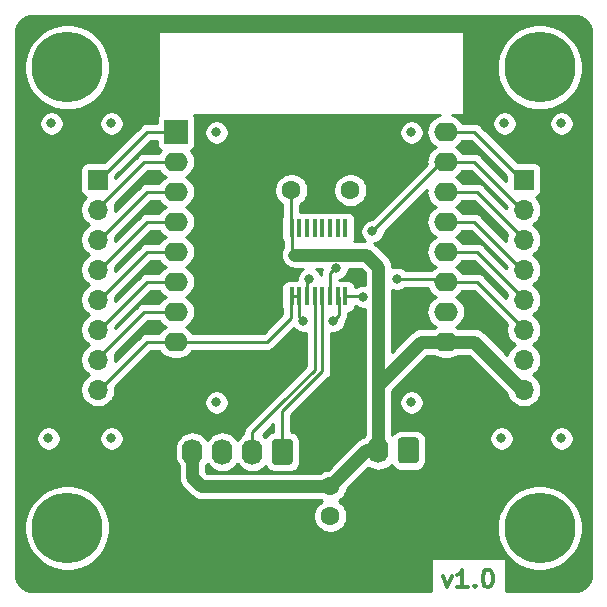
<source format=gtl>
G04 #@! TF.GenerationSoftware,KiCad,Pcbnew,(5.1.6)-1*
G04 #@! TF.CreationDate,2020-07-05T17:14:59-07:00*
G04 #@! TF.ProjectId,LED controller board - Wemos,4c454420-636f-46e7-9472-6f6c6c657220,rev?*
G04 #@! TF.SameCoordinates,Original*
G04 #@! TF.FileFunction,Copper,L1,Top*
G04 #@! TF.FilePolarity,Positive*
%FSLAX46Y46*%
G04 Gerber Fmt 4.6, Leading zero omitted, Abs format (unit mm)*
G04 Created by KiCad (PCBNEW (5.1.6)-1) date 2020-07-05 17:14:59*
%MOMM*%
%LPD*%
G01*
G04 APERTURE LIST*
G04 #@! TA.AperFunction,NonConductor*
%ADD10C,0.300000*%
G04 #@! TD*
G04 #@! TA.AperFunction,ComponentPad*
%ADD11O,2.000000X1.600000*%
G04 #@! TD*
G04 #@! TA.AperFunction,ComponentPad*
%ADD12R,2.000000X2.000000*%
G04 #@! TD*
G04 #@! TA.AperFunction,ComponentPad*
%ADD13C,6.000000*%
G04 #@! TD*
G04 #@! TA.AperFunction,ComponentPad*
%ADD14O,1.740000X2.190000*%
G04 #@! TD*
G04 #@! TA.AperFunction,ComponentPad*
%ADD15C,1.600000*%
G04 #@! TD*
G04 #@! TA.AperFunction,ComponentPad*
%ADD16R,1.700000X1.700000*%
G04 #@! TD*
G04 #@! TA.AperFunction,ComponentPad*
%ADD17O,1.700000X1.700000*%
G04 #@! TD*
G04 #@! TA.AperFunction,SMDPad,CuDef*
%ADD18R,0.450000X1.500000*%
G04 #@! TD*
G04 #@! TA.AperFunction,ViaPad*
%ADD19C,0.800000*%
G04 #@! TD*
G04 #@! TA.AperFunction,Conductor*
%ADD20C,1.066800*%
G04 #@! TD*
G04 #@! TA.AperFunction,Conductor*
%ADD21C,0.250000*%
G04 #@! TD*
G04 #@! TA.AperFunction,NonConductor*
%ADD22C,0.254000*%
G04 #@! TD*
G04 APERTURE END LIST*
D10*
X106823142Y-101024571D02*
X107180285Y-102024571D01*
X107537428Y-101024571D01*
X108894571Y-102024571D02*
X108037428Y-102024571D01*
X108466000Y-102024571D02*
X108466000Y-100524571D01*
X108323142Y-100738857D01*
X108180285Y-100881714D01*
X108037428Y-100953142D01*
X109537428Y-101881714D02*
X109608857Y-101953142D01*
X109537428Y-102024571D01*
X109466000Y-101953142D01*
X109537428Y-101881714D01*
X109537428Y-102024571D01*
X110537428Y-100524571D02*
X110680285Y-100524571D01*
X110823142Y-100596000D01*
X110894571Y-100667428D01*
X110966000Y-100810285D01*
X111037428Y-101096000D01*
X111037428Y-101453142D01*
X110966000Y-101738857D01*
X110894571Y-101881714D01*
X110823142Y-101953142D01*
X110680285Y-102024571D01*
X110537428Y-102024571D01*
X110394571Y-101953142D01*
X110323142Y-101881714D01*
X110251714Y-101738857D01*
X110180285Y-101453142D01*
X110180285Y-101096000D01*
X110251714Y-100810285D01*
X110323142Y-100667428D01*
X110394571Y-100596000D01*
X110537428Y-100524571D01*
D11*
X84201000Y-65992000D03*
D12*
X84201000Y-63452000D03*
D11*
X84201000Y-68532000D03*
X84201000Y-71072000D03*
X84201000Y-73612000D03*
X84201000Y-76152000D03*
X84201000Y-78692000D03*
X84201000Y-81232000D03*
X107061000Y-81232000D03*
X107061000Y-78692000D03*
X107061000Y-76152000D03*
X107061000Y-73612000D03*
X107061000Y-71072000D03*
X107061000Y-68532000D03*
X107061000Y-65992000D03*
X107061000Y-63452000D03*
D13*
X75000000Y-97000000D03*
X115000000Y-97000000D03*
X115000000Y-58000000D03*
X75000000Y-58000000D03*
G04 #@! TA.AperFunction,ComponentPad*
G36*
G01*
X94088000Y-89705999D02*
X94088000Y-91396001D01*
G75*
G02*
X93838001Y-91646000I-249999J0D01*
G01*
X92597999Y-91646000D01*
G75*
G02*
X92348000Y-91396001I0J249999D01*
G01*
X92348000Y-89705999D01*
G75*
G02*
X92597999Y-89456000I249999J0D01*
G01*
X93838001Y-89456000D01*
G75*
G02*
X94088000Y-89705999I0J-249999D01*
G01*
G37*
G04 #@! TD.AperFunction*
D14*
X90678000Y-90551000D03*
X88138000Y-90551000D03*
X85598000Y-90551000D03*
D15*
X97282000Y-95972000D03*
X97282000Y-93472000D03*
X93980000Y-68405000D03*
X98980000Y-68405000D03*
D16*
X77597000Y-67516000D03*
D17*
X77597000Y-70056000D03*
X77597000Y-72596000D03*
X77597000Y-75136000D03*
X77597000Y-77676000D03*
X77597000Y-80216000D03*
X77597000Y-82756000D03*
X77597000Y-85296000D03*
X113665000Y-85296000D03*
X113665000Y-82756000D03*
X113665000Y-80216000D03*
X113665000Y-77676000D03*
X113665000Y-75136000D03*
X113665000Y-72596000D03*
X113665000Y-70056000D03*
D16*
X113665000Y-67516000D03*
D18*
X93991000Y-71601000D03*
X93991000Y-77401000D03*
X94641000Y-71601000D03*
X94641000Y-77401000D03*
X95291000Y-71601000D03*
X95291000Y-77401000D03*
X95941000Y-71601000D03*
X95941000Y-77401000D03*
X96591000Y-71601000D03*
X96591000Y-77401000D03*
X97241000Y-71601000D03*
X97241000Y-77401000D03*
X97891000Y-71601000D03*
X97891000Y-77401000D03*
X98541000Y-71601000D03*
X98541000Y-77401000D03*
G04 #@! TA.AperFunction,ComponentPad*
G36*
G01*
X104756000Y-89578999D02*
X104756000Y-91269001D01*
G75*
G02*
X104506001Y-91519000I-249999J0D01*
G01*
X103265999Y-91519000D01*
G75*
G02*
X103016000Y-91269001I0J249999D01*
G01*
X103016000Y-89578999D01*
G75*
G02*
X103265999Y-89329000I249999J0D01*
G01*
X104506001Y-89329000D01*
G75*
G02*
X104756000Y-89578999I0J-249999D01*
G01*
G37*
G04 #@! TD.AperFunction*
D14*
X101346000Y-90424000D03*
D19*
X73660000Y-62738000D03*
X78740000Y-62738000D03*
X78740000Y-89408000D03*
X73406000Y-89408000D03*
X116840000Y-89408000D03*
X112014000Y-62738000D03*
X116840000Y-62738000D03*
X104140000Y-86360000D03*
X87630000Y-63500000D03*
X104140000Y-63500000D03*
X87630000Y-86360000D03*
X111760000Y-89408000D03*
X100076000Y-77422000D03*
X95504000Y-75898000D03*
X102918000Y-75898000D03*
X97790000Y-74999400D03*
X100838000Y-71882000D03*
X94996000Y-79454000D03*
X97536000Y-79454000D03*
D20*
X107061000Y-81232000D02*
X109474000Y-81232000D01*
X109474000Y-81232000D02*
X113538000Y-85296000D01*
X100330000Y-73866000D02*
X94234000Y-73866000D01*
D21*
X93991000Y-73623000D02*
X94234000Y-73866000D01*
X93991000Y-71601000D02*
X93991000Y-73623000D01*
X93980000Y-68405000D02*
X93980000Y-71834000D01*
D20*
X100330000Y-90424000D02*
X97282000Y-93472000D01*
X101346000Y-90424000D02*
X100330000Y-90424000D01*
X85598000Y-92712800D02*
X85598000Y-90551000D01*
X86357200Y-93472000D02*
X85598000Y-92712800D01*
X97282000Y-93472000D02*
X86357200Y-93472000D01*
X101346000Y-74882000D02*
X100330000Y-73866000D01*
X101346000Y-84880200D02*
X101346000Y-85296000D01*
X107061000Y-81232000D02*
X104994200Y-81232000D01*
X104994200Y-81232000D02*
X101346000Y-84880200D01*
X101346000Y-85296000D02*
X101346000Y-74882000D01*
X101346000Y-85296000D02*
X101346000Y-89654000D01*
X101346000Y-89654000D02*
X101000000Y-90000000D01*
D21*
X98541000Y-77401000D02*
X100055000Y-77401000D01*
X100055000Y-77401000D02*
X100076000Y-77422000D01*
X93218000Y-90170000D02*
X93472000Y-90424000D01*
X96591000Y-77401000D02*
X96591000Y-83749000D01*
X96591000Y-83749000D02*
X93218000Y-87122000D01*
X93218000Y-87122000D02*
X93218000Y-90678000D01*
X95941000Y-77401000D02*
X95941000Y-83637000D01*
X95941000Y-83637000D02*
X93218000Y-86360000D01*
X93218000Y-86360000D02*
X90678000Y-88900000D01*
X90678000Y-88900000D02*
X90678000Y-90424000D01*
X107061000Y-76152000D02*
X109728000Y-76152000D01*
X109728000Y-76152000D02*
X113792000Y-80216000D01*
X95291000Y-77401000D02*
X95291000Y-76111000D01*
X95291000Y-76111000D02*
X95504000Y-75898000D01*
X102918000Y-75898000D02*
X107140000Y-75898000D01*
X107061000Y-65992000D02*
X109474000Y-65992000D01*
X109474000Y-65992000D02*
X113538000Y-70056000D01*
X97241000Y-77401000D02*
X97241000Y-75431000D01*
X97241000Y-75431000D02*
X97672600Y-74999400D01*
X97672600Y-74999400D02*
X97790000Y-74999400D01*
X100838000Y-71882000D02*
X106680000Y-66040000D01*
X106680000Y-66040000D02*
X106934000Y-66040000D01*
X84201000Y-63452000D02*
X81788000Y-63452000D01*
X81788000Y-63452000D02*
X77724000Y-67516000D01*
X84201000Y-65992000D02*
X81534000Y-65992000D01*
X81534000Y-65992000D02*
X77470000Y-70056000D01*
X84201000Y-68532000D02*
X81788000Y-68532000D01*
X81788000Y-68532000D02*
X77724000Y-72596000D01*
X84201000Y-71072000D02*
X81788000Y-71072000D01*
X81788000Y-71072000D02*
X77724000Y-75136000D01*
X84201000Y-73612000D02*
X81788000Y-73612000D01*
X81788000Y-73612000D02*
X77724000Y-77676000D01*
X84201000Y-76152000D02*
X81788000Y-76152000D01*
X81788000Y-76152000D02*
X77724000Y-80216000D01*
X84201000Y-78692000D02*
X81534000Y-78692000D01*
X81534000Y-78692000D02*
X77470000Y-82756000D01*
X84201000Y-81232000D02*
X81788000Y-81232000D01*
X81788000Y-81232000D02*
X77724000Y-85296000D01*
X84201000Y-81232000D02*
X91948000Y-81232000D01*
X91948000Y-81232000D02*
X93980000Y-79200000D01*
X93980000Y-79200000D02*
X93980000Y-77422000D01*
X93991000Y-77401000D02*
X94467000Y-77401000D01*
X94467000Y-77401000D02*
X94488000Y-77422000D01*
X94641000Y-77401000D02*
X94641000Y-79099000D01*
X94641000Y-79099000D02*
X94996000Y-79454000D01*
X97536000Y-79454000D02*
X97990999Y-78999001D01*
X97990999Y-78999001D02*
X97990999Y-78411001D01*
X97990999Y-78411001D02*
X97990999Y-77422000D01*
X107061000Y-73612000D02*
X109728000Y-73612000D01*
X109728000Y-73612000D02*
X113792000Y-77676000D01*
X107061000Y-71072000D02*
X109474000Y-71072000D01*
X109474000Y-71072000D02*
X113538000Y-75136000D01*
X107061000Y-68532000D02*
X109728000Y-68532000D01*
X109728000Y-68532000D02*
X113792000Y-72596000D01*
X107061000Y-63452000D02*
X109474000Y-63452000D01*
X109474000Y-63452000D02*
X113538000Y-67516000D01*
D22*
G36*
X118259659Y-53688625D02*
G01*
X118509429Y-53764035D01*
X118739792Y-53886522D01*
X118941980Y-54051422D01*
X119108286Y-54252450D01*
X119232378Y-54481954D01*
X119309531Y-54731195D01*
X119340000Y-55021088D01*
X119340001Y-100967711D01*
X119311375Y-101259660D01*
X119235965Y-101509429D01*
X119113477Y-101739794D01*
X118948579Y-101941979D01*
X118747546Y-102108288D01*
X118518046Y-102232378D01*
X118268805Y-102309531D01*
X117978911Y-102340000D01*
X112108143Y-102340000D01*
X112108143Y-99556000D01*
X105823857Y-99556000D01*
X105823857Y-102340000D01*
X72032279Y-102340000D01*
X71740340Y-102311375D01*
X71490571Y-102235965D01*
X71260206Y-102113477D01*
X71058021Y-101948579D01*
X70891712Y-101747546D01*
X70767622Y-101518046D01*
X70690469Y-101268805D01*
X70660000Y-100978911D01*
X70660000Y-96641984D01*
X71365000Y-96641984D01*
X71365000Y-97358016D01*
X71504691Y-98060290D01*
X71778705Y-98721818D01*
X72176511Y-99317177D01*
X72682823Y-99823489D01*
X73278182Y-100221295D01*
X73939710Y-100495309D01*
X74641984Y-100635000D01*
X75358016Y-100635000D01*
X76060290Y-100495309D01*
X76721818Y-100221295D01*
X77317177Y-99823489D01*
X77823489Y-99317177D01*
X78221295Y-98721818D01*
X78495309Y-98060290D01*
X78635000Y-97358016D01*
X78635000Y-96641984D01*
X78495309Y-95939710D01*
X78221295Y-95278182D01*
X77823489Y-94682823D01*
X77317177Y-94176511D01*
X76721818Y-93778705D01*
X76060290Y-93504691D01*
X75358016Y-93365000D01*
X74641984Y-93365000D01*
X73939710Y-93504691D01*
X73278182Y-93778705D01*
X72682823Y-94176511D01*
X72176511Y-94682823D01*
X71778705Y-95278182D01*
X71504691Y-95939710D01*
X71365000Y-96641984D01*
X70660000Y-96641984D01*
X70660000Y-89306061D01*
X72371000Y-89306061D01*
X72371000Y-89509939D01*
X72410774Y-89709898D01*
X72488795Y-89898256D01*
X72602063Y-90067774D01*
X72746226Y-90211937D01*
X72915744Y-90325205D01*
X73104102Y-90403226D01*
X73304061Y-90443000D01*
X73507939Y-90443000D01*
X73707898Y-90403226D01*
X73896256Y-90325205D01*
X74065774Y-90211937D01*
X74209937Y-90067774D01*
X74323205Y-89898256D01*
X74401226Y-89709898D01*
X74441000Y-89509939D01*
X74441000Y-89306061D01*
X77705000Y-89306061D01*
X77705000Y-89509939D01*
X77744774Y-89709898D01*
X77822795Y-89898256D01*
X77936063Y-90067774D01*
X78080226Y-90211937D01*
X78249744Y-90325205D01*
X78438102Y-90403226D01*
X78638061Y-90443000D01*
X78841939Y-90443000D01*
X79041898Y-90403226D01*
X79230256Y-90325205D01*
X79399774Y-90211937D01*
X79543937Y-90067774D01*
X79657205Y-89898256D01*
X79735226Y-89709898D01*
X79775000Y-89509939D01*
X79775000Y-89306061D01*
X79735226Y-89106102D01*
X79657205Y-88917744D01*
X79543937Y-88748226D01*
X79399774Y-88604063D01*
X79230256Y-88490795D01*
X79041898Y-88412774D01*
X78841939Y-88373000D01*
X78638061Y-88373000D01*
X78438102Y-88412774D01*
X78249744Y-88490795D01*
X78080226Y-88604063D01*
X77936063Y-88748226D01*
X77822795Y-88917744D01*
X77744774Y-89106102D01*
X77705000Y-89306061D01*
X74441000Y-89306061D01*
X74401226Y-89106102D01*
X74323205Y-88917744D01*
X74209937Y-88748226D01*
X74065774Y-88604063D01*
X73896256Y-88490795D01*
X73707898Y-88412774D01*
X73507939Y-88373000D01*
X73304061Y-88373000D01*
X73104102Y-88412774D01*
X72915744Y-88490795D01*
X72746226Y-88604063D01*
X72602063Y-88748226D01*
X72488795Y-88917744D01*
X72410774Y-89106102D01*
X72371000Y-89306061D01*
X70660000Y-89306061D01*
X70660000Y-66666000D01*
X76108928Y-66666000D01*
X76108928Y-68366000D01*
X76121188Y-68490482D01*
X76157498Y-68610180D01*
X76216463Y-68720494D01*
X76295815Y-68817185D01*
X76392506Y-68896537D01*
X76502820Y-68955502D01*
X76575380Y-68977513D01*
X76443525Y-69109368D01*
X76281010Y-69352589D01*
X76169068Y-69622842D01*
X76112000Y-69909740D01*
X76112000Y-70202260D01*
X76169068Y-70489158D01*
X76281010Y-70759411D01*
X76443525Y-71002632D01*
X76650368Y-71209475D01*
X76824760Y-71326000D01*
X76650368Y-71442525D01*
X76443525Y-71649368D01*
X76281010Y-71892589D01*
X76169068Y-72162842D01*
X76112000Y-72449740D01*
X76112000Y-72742260D01*
X76169068Y-73029158D01*
X76281010Y-73299411D01*
X76443525Y-73542632D01*
X76650368Y-73749475D01*
X76824760Y-73866000D01*
X76650368Y-73982525D01*
X76443525Y-74189368D01*
X76281010Y-74432589D01*
X76169068Y-74702842D01*
X76112000Y-74989740D01*
X76112000Y-75282260D01*
X76169068Y-75569158D01*
X76281010Y-75839411D01*
X76443525Y-76082632D01*
X76650368Y-76289475D01*
X76824760Y-76406000D01*
X76650368Y-76522525D01*
X76443525Y-76729368D01*
X76281010Y-76972589D01*
X76169068Y-77242842D01*
X76112000Y-77529740D01*
X76112000Y-77822260D01*
X76169068Y-78109158D01*
X76281010Y-78379411D01*
X76443525Y-78622632D01*
X76650368Y-78829475D01*
X76824760Y-78946000D01*
X76650368Y-79062525D01*
X76443525Y-79269368D01*
X76281010Y-79512589D01*
X76169068Y-79782842D01*
X76112000Y-80069740D01*
X76112000Y-80362260D01*
X76169068Y-80649158D01*
X76281010Y-80919411D01*
X76443525Y-81162632D01*
X76650368Y-81369475D01*
X76824760Y-81486000D01*
X76650368Y-81602525D01*
X76443525Y-81809368D01*
X76281010Y-82052589D01*
X76169068Y-82322842D01*
X76112000Y-82609740D01*
X76112000Y-82902260D01*
X76169068Y-83189158D01*
X76281010Y-83459411D01*
X76443525Y-83702632D01*
X76650368Y-83909475D01*
X76824760Y-84026000D01*
X76650368Y-84142525D01*
X76443525Y-84349368D01*
X76281010Y-84592589D01*
X76169068Y-84862842D01*
X76112000Y-85149740D01*
X76112000Y-85442260D01*
X76169068Y-85729158D01*
X76281010Y-85999411D01*
X76443525Y-86242632D01*
X76650368Y-86449475D01*
X76893589Y-86611990D01*
X77163842Y-86723932D01*
X77450740Y-86781000D01*
X77743260Y-86781000D01*
X78030158Y-86723932D01*
X78300411Y-86611990D01*
X78543632Y-86449475D01*
X78735046Y-86258061D01*
X86595000Y-86258061D01*
X86595000Y-86461939D01*
X86634774Y-86661898D01*
X86712795Y-86850256D01*
X86826063Y-87019774D01*
X86970226Y-87163937D01*
X87139744Y-87277205D01*
X87328102Y-87355226D01*
X87528061Y-87395000D01*
X87731939Y-87395000D01*
X87931898Y-87355226D01*
X88120256Y-87277205D01*
X88289774Y-87163937D01*
X88433937Y-87019774D01*
X88547205Y-86850256D01*
X88625226Y-86661898D01*
X88665000Y-86461939D01*
X88665000Y-86258061D01*
X88625226Y-86058102D01*
X88547205Y-85869744D01*
X88433937Y-85700226D01*
X88289774Y-85556063D01*
X88120256Y-85442795D01*
X87931898Y-85364774D01*
X87731939Y-85325000D01*
X87528061Y-85325000D01*
X87328102Y-85364774D01*
X87139744Y-85442795D01*
X86970226Y-85556063D01*
X86826063Y-85700226D01*
X86712795Y-85869744D01*
X86634774Y-86058102D01*
X86595000Y-86258061D01*
X78735046Y-86258061D01*
X78750475Y-86242632D01*
X78912990Y-85999411D01*
X79024932Y-85729158D01*
X79082000Y-85442260D01*
X79082000Y-85149740D01*
X79059280Y-85035521D01*
X82102802Y-81992000D01*
X82780099Y-81992000D01*
X82802068Y-82033101D01*
X82981392Y-82251608D01*
X83199899Y-82430932D01*
X83449192Y-82564182D01*
X83719691Y-82646236D01*
X83930508Y-82667000D01*
X84471492Y-82667000D01*
X84682309Y-82646236D01*
X84952808Y-82564182D01*
X85202101Y-82430932D01*
X85420608Y-82251608D01*
X85599932Y-82033101D01*
X85621901Y-81992000D01*
X91910678Y-81992000D01*
X91948000Y-81995676D01*
X91985322Y-81992000D01*
X91985333Y-81992000D01*
X92096986Y-81981003D01*
X92240247Y-81937546D01*
X92372276Y-81866974D01*
X92488001Y-81772001D01*
X92511804Y-81742997D01*
X94171621Y-80083181D01*
X94192063Y-80113774D01*
X94336226Y-80257937D01*
X94505744Y-80371205D01*
X94694102Y-80449226D01*
X94894061Y-80489000D01*
X95097939Y-80489000D01*
X95181000Y-80472478D01*
X95181001Y-83322197D01*
X92707007Y-85796192D01*
X92706996Y-85796201D01*
X90167003Y-88336196D01*
X90137999Y-88359999D01*
X90094688Y-88412774D01*
X90043026Y-88475724D01*
X89993000Y-88569316D01*
X89972454Y-88607754D01*
X89928997Y-88751015D01*
X89918000Y-88862668D01*
X89918000Y-88862678D01*
X89914324Y-88900000D01*
X89918000Y-88937323D01*
X89918000Y-89025727D01*
X89837822Y-89068583D01*
X89608655Y-89256655D01*
X89420583Y-89485821D01*
X89408000Y-89509362D01*
X89395417Y-89485821D01*
X89207345Y-89256655D01*
X88978179Y-89068583D01*
X88716725Y-88928834D01*
X88433032Y-88842776D01*
X88138000Y-88813718D01*
X87842969Y-88842776D01*
X87559276Y-88928834D01*
X87297822Y-89068583D01*
X87068655Y-89256655D01*
X86880583Y-89485821D01*
X86868000Y-89509362D01*
X86855417Y-89485821D01*
X86667345Y-89256655D01*
X86438179Y-89068583D01*
X86176725Y-88928834D01*
X85893032Y-88842776D01*
X85598000Y-88813718D01*
X85302969Y-88842776D01*
X85019276Y-88928834D01*
X84757822Y-89068583D01*
X84528655Y-89256655D01*
X84340583Y-89485821D01*
X84200834Y-89747275D01*
X84114776Y-90030968D01*
X84093000Y-90252064D01*
X84093000Y-90849935D01*
X84114776Y-91071031D01*
X84200834Y-91354724D01*
X84340583Y-91616178D01*
X84429600Y-91724646D01*
X84429600Y-92655406D01*
X84423947Y-92712800D01*
X84429600Y-92770193D01*
X84429600Y-92770195D01*
X84446506Y-92941845D01*
X84513316Y-93162090D01*
X84621811Y-93365069D01*
X84672092Y-93426336D01*
X84767819Y-93542981D01*
X84812409Y-93579575D01*
X85490425Y-94257591D01*
X85527019Y-94302181D01*
X85630078Y-94386759D01*
X85704930Y-94448189D01*
X85871083Y-94537000D01*
X85907909Y-94556684D01*
X86128154Y-94623494D01*
X86299804Y-94640400D01*
X86299807Y-94640400D01*
X86357200Y-94646053D01*
X86414593Y-94640400D01*
X96447703Y-94640400D01*
X96569827Y-94722000D01*
X96367241Y-94857363D01*
X96167363Y-95057241D01*
X96010320Y-95292273D01*
X95902147Y-95553426D01*
X95847000Y-95830665D01*
X95847000Y-96113335D01*
X95902147Y-96390574D01*
X96010320Y-96651727D01*
X96167363Y-96886759D01*
X96367241Y-97086637D01*
X96602273Y-97243680D01*
X96863426Y-97351853D01*
X97140665Y-97407000D01*
X97423335Y-97407000D01*
X97700574Y-97351853D01*
X97961727Y-97243680D01*
X98196759Y-97086637D01*
X98396637Y-96886759D01*
X98553680Y-96651727D01*
X98557715Y-96641984D01*
X111365000Y-96641984D01*
X111365000Y-97358016D01*
X111504691Y-98060290D01*
X111778705Y-98721818D01*
X112176511Y-99317177D01*
X112682823Y-99823489D01*
X113278182Y-100221295D01*
X113939710Y-100495309D01*
X114641984Y-100635000D01*
X115358016Y-100635000D01*
X116060290Y-100495309D01*
X116721818Y-100221295D01*
X117317177Y-99823489D01*
X117823489Y-99317177D01*
X118221295Y-98721818D01*
X118495309Y-98060290D01*
X118635000Y-97358016D01*
X118635000Y-96641984D01*
X118495309Y-95939710D01*
X118221295Y-95278182D01*
X117823489Y-94682823D01*
X117317177Y-94176511D01*
X116721818Y-93778705D01*
X116060290Y-93504691D01*
X115358016Y-93365000D01*
X114641984Y-93365000D01*
X113939710Y-93504691D01*
X113278182Y-93778705D01*
X112682823Y-94176511D01*
X112176511Y-94682823D01*
X111778705Y-95278182D01*
X111504691Y-95939710D01*
X111365000Y-96641984D01*
X98557715Y-96641984D01*
X98661853Y-96390574D01*
X98717000Y-96113335D01*
X98717000Y-95830665D01*
X98661853Y-95553426D01*
X98553680Y-95292273D01*
X98396637Y-95057241D01*
X98196759Y-94857363D01*
X97994173Y-94722000D01*
X98196759Y-94586637D01*
X98396637Y-94386759D01*
X98553680Y-94151727D01*
X98661853Y-93890574D01*
X98698121Y-93708245D01*
X100502596Y-91903771D01*
X100505821Y-91906417D01*
X100767275Y-92046166D01*
X101050968Y-92132224D01*
X101346000Y-92161282D01*
X101641031Y-92132224D01*
X101924724Y-92046166D01*
X102186178Y-91906417D01*
X102415345Y-91718345D01*
X102469066Y-91652886D01*
X102527595Y-91762387D01*
X102638038Y-91896962D01*
X102772613Y-92007405D01*
X102926149Y-92089472D01*
X103092745Y-92140008D01*
X103265999Y-92157072D01*
X104506001Y-92157072D01*
X104679255Y-92140008D01*
X104845851Y-92089472D01*
X104999387Y-92007405D01*
X105133962Y-91896962D01*
X105244405Y-91762387D01*
X105326472Y-91608851D01*
X105377008Y-91442255D01*
X105394072Y-91269001D01*
X105394072Y-89578999D01*
X105377008Y-89405745D01*
X105346770Y-89306061D01*
X110725000Y-89306061D01*
X110725000Y-89509939D01*
X110764774Y-89709898D01*
X110842795Y-89898256D01*
X110956063Y-90067774D01*
X111100226Y-90211937D01*
X111269744Y-90325205D01*
X111458102Y-90403226D01*
X111658061Y-90443000D01*
X111861939Y-90443000D01*
X112061898Y-90403226D01*
X112250256Y-90325205D01*
X112419774Y-90211937D01*
X112563937Y-90067774D01*
X112677205Y-89898256D01*
X112755226Y-89709898D01*
X112795000Y-89509939D01*
X112795000Y-89306061D01*
X115805000Y-89306061D01*
X115805000Y-89509939D01*
X115844774Y-89709898D01*
X115922795Y-89898256D01*
X116036063Y-90067774D01*
X116180226Y-90211937D01*
X116349744Y-90325205D01*
X116538102Y-90403226D01*
X116738061Y-90443000D01*
X116941939Y-90443000D01*
X117141898Y-90403226D01*
X117330256Y-90325205D01*
X117499774Y-90211937D01*
X117643937Y-90067774D01*
X117757205Y-89898256D01*
X117835226Y-89709898D01*
X117875000Y-89509939D01*
X117875000Y-89306061D01*
X117835226Y-89106102D01*
X117757205Y-88917744D01*
X117643937Y-88748226D01*
X117499774Y-88604063D01*
X117330256Y-88490795D01*
X117141898Y-88412774D01*
X116941939Y-88373000D01*
X116738061Y-88373000D01*
X116538102Y-88412774D01*
X116349744Y-88490795D01*
X116180226Y-88604063D01*
X116036063Y-88748226D01*
X115922795Y-88917744D01*
X115844774Y-89106102D01*
X115805000Y-89306061D01*
X112795000Y-89306061D01*
X112755226Y-89106102D01*
X112677205Y-88917744D01*
X112563937Y-88748226D01*
X112419774Y-88604063D01*
X112250256Y-88490795D01*
X112061898Y-88412774D01*
X111861939Y-88373000D01*
X111658061Y-88373000D01*
X111458102Y-88412774D01*
X111269744Y-88490795D01*
X111100226Y-88604063D01*
X110956063Y-88748226D01*
X110842795Y-88917744D01*
X110764774Y-89106102D01*
X110725000Y-89306061D01*
X105346770Y-89306061D01*
X105326472Y-89239149D01*
X105244405Y-89085613D01*
X105133962Y-88951038D01*
X104999387Y-88840595D01*
X104845851Y-88758528D01*
X104679255Y-88707992D01*
X104506001Y-88690928D01*
X103265999Y-88690928D01*
X103092745Y-88707992D01*
X102926149Y-88758528D01*
X102772613Y-88840595D01*
X102638038Y-88951038D01*
X102527595Y-89085613D01*
X102514400Y-89110299D01*
X102514400Y-86258061D01*
X103105000Y-86258061D01*
X103105000Y-86461939D01*
X103144774Y-86661898D01*
X103222795Y-86850256D01*
X103336063Y-87019774D01*
X103480226Y-87163937D01*
X103649744Y-87277205D01*
X103838102Y-87355226D01*
X104038061Y-87395000D01*
X104241939Y-87395000D01*
X104441898Y-87355226D01*
X104630256Y-87277205D01*
X104799774Y-87163937D01*
X104943937Y-87019774D01*
X105057205Y-86850256D01*
X105135226Y-86661898D01*
X105175000Y-86461939D01*
X105175000Y-86258061D01*
X105135226Y-86058102D01*
X105057205Y-85869744D01*
X104943937Y-85700226D01*
X104799774Y-85556063D01*
X104630256Y-85442795D01*
X104441898Y-85364774D01*
X104241939Y-85325000D01*
X104038061Y-85325000D01*
X103838102Y-85364774D01*
X103649744Y-85442795D01*
X103480226Y-85556063D01*
X103336063Y-85700226D01*
X103222795Y-85869744D01*
X103144774Y-86058102D01*
X103105000Y-86258061D01*
X102514400Y-86258061D01*
X102514400Y-85364166D01*
X105478167Y-82400400D01*
X106022696Y-82400400D01*
X106059899Y-82430932D01*
X106309192Y-82564182D01*
X106579691Y-82646236D01*
X106790508Y-82667000D01*
X107331492Y-82667000D01*
X107542309Y-82646236D01*
X107812808Y-82564182D01*
X108062101Y-82430932D01*
X108099304Y-82400400D01*
X108990034Y-82400400D01*
X112216776Y-85627143D01*
X112237068Y-85729158D01*
X112349010Y-85999411D01*
X112511525Y-86242632D01*
X112718368Y-86449475D01*
X112961589Y-86611990D01*
X113231842Y-86723932D01*
X113518740Y-86781000D01*
X113811260Y-86781000D01*
X114098158Y-86723932D01*
X114368411Y-86611990D01*
X114611632Y-86449475D01*
X114818475Y-86242632D01*
X114980990Y-85999411D01*
X115092932Y-85729158D01*
X115150000Y-85442260D01*
X115150000Y-85149740D01*
X115092932Y-84862842D01*
X114980990Y-84592589D01*
X114818475Y-84349368D01*
X114611632Y-84142525D01*
X114437240Y-84026000D01*
X114611632Y-83909475D01*
X114818475Y-83702632D01*
X114980990Y-83459411D01*
X115092932Y-83189158D01*
X115150000Y-82902260D01*
X115150000Y-82609740D01*
X115092932Y-82322842D01*
X114980990Y-82052589D01*
X114818475Y-81809368D01*
X114611632Y-81602525D01*
X114437240Y-81486000D01*
X114611632Y-81369475D01*
X114818475Y-81162632D01*
X114980990Y-80919411D01*
X115092932Y-80649158D01*
X115150000Y-80362260D01*
X115150000Y-80069740D01*
X115092932Y-79782842D01*
X114980990Y-79512589D01*
X114818475Y-79269368D01*
X114611632Y-79062525D01*
X114437240Y-78946000D01*
X114611632Y-78829475D01*
X114818475Y-78622632D01*
X114980990Y-78379411D01*
X115092932Y-78109158D01*
X115150000Y-77822260D01*
X115150000Y-77529740D01*
X115092932Y-77242842D01*
X114980990Y-76972589D01*
X114818475Y-76729368D01*
X114611632Y-76522525D01*
X114437240Y-76406000D01*
X114611632Y-76289475D01*
X114818475Y-76082632D01*
X114980990Y-75839411D01*
X115092932Y-75569158D01*
X115150000Y-75282260D01*
X115150000Y-74989740D01*
X115092932Y-74702842D01*
X114980990Y-74432589D01*
X114818475Y-74189368D01*
X114611632Y-73982525D01*
X114437240Y-73866000D01*
X114611632Y-73749475D01*
X114818475Y-73542632D01*
X114980990Y-73299411D01*
X115092932Y-73029158D01*
X115150000Y-72742260D01*
X115150000Y-72449740D01*
X115092932Y-72162842D01*
X114980990Y-71892589D01*
X114818475Y-71649368D01*
X114611632Y-71442525D01*
X114437240Y-71326000D01*
X114611632Y-71209475D01*
X114818475Y-71002632D01*
X114980990Y-70759411D01*
X115092932Y-70489158D01*
X115150000Y-70202260D01*
X115150000Y-69909740D01*
X115092932Y-69622842D01*
X114980990Y-69352589D01*
X114818475Y-69109368D01*
X114686620Y-68977513D01*
X114759180Y-68955502D01*
X114869494Y-68896537D01*
X114966185Y-68817185D01*
X115045537Y-68720494D01*
X115104502Y-68610180D01*
X115140812Y-68490482D01*
X115153072Y-68366000D01*
X115153072Y-66666000D01*
X115140812Y-66541518D01*
X115104502Y-66421820D01*
X115045537Y-66311506D01*
X114966185Y-66214815D01*
X114869494Y-66135463D01*
X114759180Y-66076498D01*
X114639482Y-66040188D01*
X114515000Y-66027928D01*
X113124730Y-66027928D01*
X110037804Y-62941003D01*
X110014001Y-62911999D01*
X109898276Y-62817026D01*
X109766247Y-62746454D01*
X109622986Y-62702997D01*
X109511333Y-62692000D01*
X109511322Y-62692000D01*
X109474000Y-62688324D01*
X109436678Y-62692000D01*
X108481901Y-62692000D01*
X108459932Y-62650899D01*
X108447755Y-62636061D01*
X110979000Y-62636061D01*
X110979000Y-62839939D01*
X111018774Y-63039898D01*
X111096795Y-63228256D01*
X111210063Y-63397774D01*
X111354226Y-63541937D01*
X111523744Y-63655205D01*
X111712102Y-63733226D01*
X111912061Y-63773000D01*
X112115939Y-63773000D01*
X112315898Y-63733226D01*
X112504256Y-63655205D01*
X112673774Y-63541937D01*
X112817937Y-63397774D01*
X112931205Y-63228256D01*
X113009226Y-63039898D01*
X113049000Y-62839939D01*
X113049000Y-62636061D01*
X115805000Y-62636061D01*
X115805000Y-62839939D01*
X115844774Y-63039898D01*
X115922795Y-63228256D01*
X116036063Y-63397774D01*
X116180226Y-63541937D01*
X116349744Y-63655205D01*
X116538102Y-63733226D01*
X116738061Y-63773000D01*
X116941939Y-63773000D01*
X117141898Y-63733226D01*
X117330256Y-63655205D01*
X117499774Y-63541937D01*
X117643937Y-63397774D01*
X117757205Y-63228256D01*
X117835226Y-63039898D01*
X117875000Y-62839939D01*
X117875000Y-62636061D01*
X117835226Y-62436102D01*
X117757205Y-62247744D01*
X117643937Y-62078226D01*
X117499774Y-61934063D01*
X117330256Y-61820795D01*
X117141898Y-61742774D01*
X116941939Y-61703000D01*
X116738061Y-61703000D01*
X116538102Y-61742774D01*
X116349744Y-61820795D01*
X116180226Y-61934063D01*
X116036063Y-62078226D01*
X115922795Y-62247744D01*
X115844774Y-62436102D01*
X115805000Y-62636061D01*
X113049000Y-62636061D01*
X113009226Y-62436102D01*
X112931205Y-62247744D01*
X112817937Y-62078226D01*
X112673774Y-61934063D01*
X112504256Y-61820795D01*
X112315898Y-61742774D01*
X112115939Y-61703000D01*
X111912061Y-61703000D01*
X111712102Y-61742774D01*
X111523744Y-61820795D01*
X111354226Y-61934063D01*
X111210063Y-62078226D01*
X111096795Y-62247744D01*
X111018774Y-62436102D01*
X110979000Y-62636061D01*
X108447755Y-62636061D01*
X108280608Y-62432392D01*
X108062101Y-62253068D01*
X107812808Y-62119818D01*
X107599129Y-62055000D01*
X108458000Y-62055000D01*
X108482776Y-62052560D01*
X108506601Y-62045333D01*
X108528557Y-62033597D01*
X108547803Y-62017803D01*
X108563597Y-61998557D01*
X108575333Y-61976601D01*
X108582560Y-61952776D01*
X108585000Y-61928000D01*
X108585000Y-57641984D01*
X111365000Y-57641984D01*
X111365000Y-58358016D01*
X111504691Y-59060290D01*
X111778705Y-59721818D01*
X112176511Y-60317177D01*
X112682823Y-60823489D01*
X113278182Y-61221295D01*
X113939710Y-61495309D01*
X114641984Y-61635000D01*
X115358016Y-61635000D01*
X116060290Y-61495309D01*
X116721818Y-61221295D01*
X117317177Y-60823489D01*
X117823489Y-60317177D01*
X118221295Y-59721818D01*
X118495309Y-59060290D01*
X118635000Y-58358016D01*
X118635000Y-57641984D01*
X118495309Y-56939710D01*
X118221295Y-56278182D01*
X117823489Y-55682823D01*
X117317177Y-55176511D01*
X116721818Y-54778705D01*
X116060290Y-54504691D01*
X115358016Y-54365000D01*
X114641984Y-54365000D01*
X113939710Y-54504691D01*
X113278182Y-54778705D01*
X112682823Y-55176511D01*
X112176511Y-55682823D01*
X111778705Y-56278182D01*
X111504691Y-56939710D01*
X111365000Y-57641984D01*
X108585000Y-57641984D01*
X108585000Y-55070000D01*
X108582560Y-55045224D01*
X108575333Y-55021399D01*
X108563597Y-54999443D01*
X108547803Y-54980197D01*
X108528557Y-54964403D01*
X108506601Y-54952667D01*
X108482776Y-54945440D01*
X108458000Y-54943000D01*
X82804000Y-54943000D01*
X82779224Y-54945440D01*
X82755399Y-54952667D01*
X82733443Y-54964403D01*
X82714197Y-54980197D01*
X82698403Y-54999443D01*
X82686667Y-55021399D01*
X82679440Y-55045224D01*
X82677000Y-55070000D01*
X82677000Y-61928000D01*
X82679440Y-61952776D01*
X82686667Y-61976601D01*
X82698403Y-61998557D01*
X82714197Y-62017803D01*
X82727150Y-62028433D01*
X82670463Y-62097506D01*
X82611498Y-62207820D01*
X82575188Y-62327518D01*
X82562928Y-62452000D01*
X82562928Y-62692000D01*
X81825323Y-62692000D01*
X81788000Y-62688324D01*
X81750677Y-62692000D01*
X81750667Y-62692000D01*
X81639014Y-62702997D01*
X81495753Y-62746454D01*
X81363723Y-62817026D01*
X81280083Y-62885668D01*
X81247999Y-62911999D01*
X81224201Y-62940997D01*
X78137271Y-66027928D01*
X76747000Y-66027928D01*
X76622518Y-66040188D01*
X76502820Y-66076498D01*
X76392506Y-66135463D01*
X76295815Y-66214815D01*
X76216463Y-66311506D01*
X76157498Y-66421820D01*
X76121188Y-66541518D01*
X76108928Y-66666000D01*
X70660000Y-66666000D01*
X70660000Y-62636061D01*
X72625000Y-62636061D01*
X72625000Y-62839939D01*
X72664774Y-63039898D01*
X72742795Y-63228256D01*
X72856063Y-63397774D01*
X73000226Y-63541937D01*
X73169744Y-63655205D01*
X73358102Y-63733226D01*
X73558061Y-63773000D01*
X73761939Y-63773000D01*
X73961898Y-63733226D01*
X74150256Y-63655205D01*
X74319774Y-63541937D01*
X74463937Y-63397774D01*
X74577205Y-63228256D01*
X74655226Y-63039898D01*
X74695000Y-62839939D01*
X74695000Y-62636061D01*
X77705000Y-62636061D01*
X77705000Y-62839939D01*
X77744774Y-63039898D01*
X77822795Y-63228256D01*
X77936063Y-63397774D01*
X78080226Y-63541937D01*
X78249744Y-63655205D01*
X78438102Y-63733226D01*
X78638061Y-63773000D01*
X78841939Y-63773000D01*
X79041898Y-63733226D01*
X79230256Y-63655205D01*
X79399774Y-63541937D01*
X79543937Y-63397774D01*
X79657205Y-63228256D01*
X79735226Y-63039898D01*
X79775000Y-62839939D01*
X79775000Y-62636061D01*
X79735226Y-62436102D01*
X79657205Y-62247744D01*
X79543937Y-62078226D01*
X79399774Y-61934063D01*
X79230256Y-61820795D01*
X79041898Y-61742774D01*
X78841939Y-61703000D01*
X78638061Y-61703000D01*
X78438102Y-61742774D01*
X78249744Y-61820795D01*
X78080226Y-61934063D01*
X77936063Y-62078226D01*
X77822795Y-62247744D01*
X77744774Y-62436102D01*
X77705000Y-62636061D01*
X74695000Y-62636061D01*
X74655226Y-62436102D01*
X74577205Y-62247744D01*
X74463937Y-62078226D01*
X74319774Y-61934063D01*
X74150256Y-61820795D01*
X73961898Y-61742774D01*
X73761939Y-61703000D01*
X73558061Y-61703000D01*
X73358102Y-61742774D01*
X73169744Y-61820795D01*
X73000226Y-61934063D01*
X72856063Y-62078226D01*
X72742795Y-62247744D01*
X72664774Y-62436102D01*
X72625000Y-62636061D01*
X70660000Y-62636061D01*
X70660000Y-57641984D01*
X71365000Y-57641984D01*
X71365000Y-58358016D01*
X71504691Y-59060290D01*
X71778705Y-59721818D01*
X72176511Y-60317177D01*
X72682823Y-60823489D01*
X73278182Y-61221295D01*
X73939710Y-61495309D01*
X74641984Y-61635000D01*
X75358016Y-61635000D01*
X76060290Y-61495309D01*
X76721818Y-61221295D01*
X77317177Y-60823489D01*
X77823489Y-60317177D01*
X78221295Y-59721818D01*
X78495309Y-59060290D01*
X78635000Y-58358016D01*
X78635000Y-57641984D01*
X78495309Y-56939710D01*
X78221295Y-56278182D01*
X77823489Y-55682823D01*
X77317177Y-55176511D01*
X76721818Y-54778705D01*
X76060290Y-54504691D01*
X75358016Y-54365000D01*
X74641984Y-54365000D01*
X73939710Y-54504691D01*
X73278182Y-54778705D01*
X72682823Y-55176511D01*
X72176511Y-55682823D01*
X71778705Y-56278182D01*
X71504691Y-56939710D01*
X71365000Y-57641984D01*
X70660000Y-57641984D01*
X70660000Y-55032279D01*
X70688625Y-54740341D01*
X70764035Y-54490571D01*
X70886522Y-54260208D01*
X71051422Y-54058020D01*
X71252450Y-53891714D01*
X71481954Y-53767622D01*
X71731195Y-53690469D01*
X72021088Y-53660000D01*
X117967721Y-53660000D01*
X118259659Y-53688625D01*
G37*
X118259659Y-53688625D02*
X118509429Y-53764035D01*
X118739792Y-53886522D01*
X118941980Y-54051422D01*
X119108286Y-54252450D01*
X119232378Y-54481954D01*
X119309531Y-54731195D01*
X119340000Y-55021088D01*
X119340001Y-100967711D01*
X119311375Y-101259660D01*
X119235965Y-101509429D01*
X119113477Y-101739794D01*
X118948579Y-101941979D01*
X118747546Y-102108288D01*
X118518046Y-102232378D01*
X118268805Y-102309531D01*
X117978911Y-102340000D01*
X112108143Y-102340000D01*
X112108143Y-99556000D01*
X105823857Y-99556000D01*
X105823857Y-102340000D01*
X72032279Y-102340000D01*
X71740340Y-102311375D01*
X71490571Y-102235965D01*
X71260206Y-102113477D01*
X71058021Y-101948579D01*
X70891712Y-101747546D01*
X70767622Y-101518046D01*
X70690469Y-101268805D01*
X70660000Y-100978911D01*
X70660000Y-96641984D01*
X71365000Y-96641984D01*
X71365000Y-97358016D01*
X71504691Y-98060290D01*
X71778705Y-98721818D01*
X72176511Y-99317177D01*
X72682823Y-99823489D01*
X73278182Y-100221295D01*
X73939710Y-100495309D01*
X74641984Y-100635000D01*
X75358016Y-100635000D01*
X76060290Y-100495309D01*
X76721818Y-100221295D01*
X77317177Y-99823489D01*
X77823489Y-99317177D01*
X78221295Y-98721818D01*
X78495309Y-98060290D01*
X78635000Y-97358016D01*
X78635000Y-96641984D01*
X78495309Y-95939710D01*
X78221295Y-95278182D01*
X77823489Y-94682823D01*
X77317177Y-94176511D01*
X76721818Y-93778705D01*
X76060290Y-93504691D01*
X75358016Y-93365000D01*
X74641984Y-93365000D01*
X73939710Y-93504691D01*
X73278182Y-93778705D01*
X72682823Y-94176511D01*
X72176511Y-94682823D01*
X71778705Y-95278182D01*
X71504691Y-95939710D01*
X71365000Y-96641984D01*
X70660000Y-96641984D01*
X70660000Y-89306061D01*
X72371000Y-89306061D01*
X72371000Y-89509939D01*
X72410774Y-89709898D01*
X72488795Y-89898256D01*
X72602063Y-90067774D01*
X72746226Y-90211937D01*
X72915744Y-90325205D01*
X73104102Y-90403226D01*
X73304061Y-90443000D01*
X73507939Y-90443000D01*
X73707898Y-90403226D01*
X73896256Y-90325205D01*
X74065774Y-90211937D01*
X74209937Y-90067774D01*
X74323205Y-89898256D01*
X74401226Y-89709898D01*
X74441000Y-89509939D01*
X74441000Y-89306061D01*
X77705000Y-89306061D01*
X77705000Y-89509939D01*
X77744774Y-89709898D01*
X77822795Y-89898256D01*
X77936063Y-90067774D01*
X78080226Y-90211937D01*
X78249744Y-90325205D01*
X78438102Y-90403226D01*
X78638061Y-90443000D01*
X78841939Y-90443000D01*
X79041898Y-90403226D01*
X79230256Y-90325205D01*
X79399774Y-90211937D01*
X79543937Y-90067774D01*
X79657205Y-89898256D01*
X79735226Y-89709898D01*
X79775000Y-89509939D01*
X79775000Y-89306061D01*
X79735226Y-89106102D01*
X79657205Y-88917744D01*
X79543937Y-88748226D01*
X79399774Y-88604063D01*
X79230256Y-88490795D01*
X79041898Y-88412774D01*
X78841939Y-88373000D01*
X78638061Y-88373000D01*
X78438102Y-88412774D01*
X78249744Y-88490795D01*
X78080226Y-88604063D01*
X77936063Y-88748226D01*
X77822795Y-88917744D01*
X77744774Y-89106102D01*
X77705000Y-89306061D01*
X74441000Y-89306061D01*
X74401226Y-89106102D01*
X74323205Y-88917744D01*
X74209937Y-88748226D01*
X74065774Y-88604063D01*
X73896256Y-88490795D01*
X73707898Y-88412774D01*
X73507939Y-88373000D01*
X73304061Y-88373000D01*
X73104102Y-88412774D01*
X72915744Y-88490795D01*
X72746226Y-88604063D01*
X72602063Y-88748226D01*
X72488795Y-88917744D01*
X72410774Y-89106102D01*
X72371000Y-89306061D01*
X70660000Y-89306061D01*
X70660000Y-66666000D01*
X76108928Y-66666000D01*
X76108928Y-68366000D01*
X76121188Y-68490482D01*
X76157498Y-68610180D01*
X76216463Y-68720494D01*
X76295815Y-68817185D01*
X76392506Y-68896537D01*
X76502820Y-68955502D01*
X76575380Y-68977513D01*
X76443525Y-69109368D01*
X76281010Y-69352589D01*
X76169068Y-69622842D01*
X76112000Y-69909740D01*
X76112000Y-70202260D01*
X76169068Y-70489158D01*
X76281010Y-70759411D01*
X76443525Y-71002632D01*
X76650368Y-71209475D01*
X76824760Y-71326000D01*
X76650368Y-71442525D01*
X76443525Y-71649368D01*
X76281010Y-71892589D01*
X76169068Y-72162842D01*
X76112000Y-72449740D01*
X76112000Y-72742260D01*
X76169068Y-73029158D01*
X76281010Y-73299411D01*
X76443525Y-73542632D01*
X76650368Y-73749475D01*
X76824760Y-73866000D01*
X76650368Y-73982525D01*
X76443525Y-74189368D01*
X76281010Y-74432589D01*
X76169068Y-74702842D01*
X76112000Y-74989740D01*
X76112000Y-75282260D01*
X76169068Y-75569158D01*
X76281010Y-75839411D01*
X76443525Y-76082632D01*
X76650368Y-76289475D01*
X76824760Y-76406000D01*
X76650368Y-76522525D01*
X76443525Y-76729368D01*
X76281010Y-76972589D01*
X76169068Y-77242842D01*
X76112000Y-77529740D01*
X76112000Y-77822260D01*
X76169068Y-78109158D01*
X76281010Y-78379411D01*
X76443525Y-78622632D01*
X76650368Y-78829475D01*
X76824760Y-78946000D01*
X76650368Y-79062525D01*
X76443525Y-79269368D01*
X76281010Y-79512589D01*
X76169068Y-79782842D01*
X76112000Y-80069740D01*
X76112000Y-80362260D01*
X76169068Y-80649158D01*
X76281010Y-80919411D01*
X76443525Y-81162632D01*
X76650368Y-81369475D01*
X76824760Y-81486000D01*
X76650368Y-81602525D01*
X76443525Y-81809368D01*
X76281010Y-82052589D01*
X76169068Y-82322842D01*
X76112000Y-82609740D01*
X76112000Y-82902260D01*
X76169068Y-83189158D01*
X76281010Y-83459411D01*
X76443525Y-83702632D01*
X76650368Y-83909475D01*
X76824760Y-84026000D01*
X76650368Y-84142525D01*
X76443525Y-84349368D01*
X76281010Y-84592589D01*
X76169068Y-84862842D01*
X76112000Y-85149740D01*
X76112000Y-85442260D01*
X76169068Y-85729158D01*
X76281010Y-85999411D01*
X76443525Y-86242632D01*
X76650368Y-86449475D01*
X76893589Y-86611990D01*
X77163842Y-86723932D01*
X77450740Y-86781000D01*
X77743260Y-86781000D01*
X78030158Y-86723932D01*
X78300411Y-86611990D01*
X78543632Y-86449475D01*
X78735046Y-86258061D01*
X86595000Y-86258061D01*
X86595000Y-86461939D01*
X86634774Y-86661898D01*
X86712795Y-86850256D01*
X86826063Y-87019774D01*
X86970226Y-87163937D01*
X87139744Y-87277205D01*
X87328102Y-87355226D01*
X87528061Y-87395000D01*
X87731939Y-87395000D01*
X87931898Y-87355226D01*
X88120256Y-87277205D01*
X88289774Y-87163937D01*
X88433937Y-87019774D01*
X88547205Y-86850256D01*
X88625226Y-86661898D01*
X88665000Y-86461939D01*
X88665000Y-86258061D01*
X88625226Y-86058102D01*
X88547205Y-85869744D01*
X88433937Y-85700226D01*
X88289774Y-85556063D01*
X88120256Y-85442795D01*
X87931898Y-85364774D01*
X87731939Y-85325000D01*
X87528061Y-85325000D01*
X87328102Y-85364774D01*
X87139744Y-85442795D01*
X86970226Y-85556063D01*
X86826063Y-85700226D01*
X86712795Y-85869744D01*
X86634774Y-86058102D01*
X86595000Y-86258061D01*
X78735046Y-86258061D01*
X78750475Y-86242632D01*
X78912990Y-85999411D01*
X79024932Y-85729158D01*
X79082000Y-85442260D01*
X79082000Y-85149740D01*
X79059280Y-85035521D01*
X82102802Y-81992000D01*
X82780099Y-81992000D01*
X82802068Y-82033101D01*
X82981392Y-82251608D01*
X83199899Y-82430932D01*
X83449192Y-82564182D01*
X83719691Y-82646236D01*
X83930508Y-82667000D01*
X84471492Y-82667000D01*
X84682309Y-82646236D01*
X84952808Y-82564182D01*
X85202101Y-82430932D01*
X85420608Y-82251608D01*
X85599932Y-82033101D01*
X85621901Y-81992000D01*
X91910678Y-81992000D01*
X91948000Y-81995676D01*
X91985322Y-81992000D01*
X91985333Y-81992000D01*
X92096986Y-81981003D01*
X92240247Y-81937546D01*
X92372276Y-81866974D01*
X92488001Y-81772001D01*
X92511804Y-81742997D01*
X94171621Y-80083181D01*
X94192063Y-80113774D01*
X94336226Y-80257937D01*
X94505744Y-80371205D01*
X94694102Y-80449226D01*
X94894061Y-80489000D01*
X95097939Y-80489000D01*
X95181000Y-80472478D01*
X95181001Y-83322197D01*
X92707007Y-85796192D01*
X92706996Y-85796201D01*
X90167003Y-88336196D01*
X90137999Y-88359999D01*
X90094688Y-88412774D01*
X90043026Y-88475724D01*
X89993000Y-88569316D01*
X89972454Y-88607754D01*
X89928997Y-88751015D01*
X89918000Y-88862668D01*
X89918000Y-88862678D01*
X89914324Y-88900000D01*
X89918000Y-88937323D01*
X89918000Y-89025727D01*
X89837822Y-89068583D01*
X89608655Y-89256655D01*
X89420583Y-89485821D01*
X89408000Y-89509362D01*
X89395417Y-89485821D01*
X89207345Y-89256655D01*
X88978179Y-89068583D01*
X88716725Y-88928834D01*
X88433032Y-88842776D01*
X88138000Y-88813718D01*
X87842969Y-88842776D01*
X87559276Y-88928834D01*
X87297822Y-89068583D01*
X87068655Y-89256655D01*
X86880583Y-89485821D01*
X86868000Y-89509362D01*
X86855417Y-89485821D01*
X86667345Y-89256655D01*
X86438179Y-89068583D01*
X86176725Y-88928834D01*
X85893032Y-88842776D01*
X85598000Y-88813718D01*
X85302969Y-88842776D01*
X85019276Y-88928834D01*
X84757822Y-89068583D01*
X84528655Y-89256655D01*
X84340583Y-89485821D01*
X84200834Y-89747275D01*
X84114776Y-90030968D01*
X84093000Y-90252064D01*
X84093000Y-90849935D01*
X84114776Y-91071031D01*
X84200834Y-91354724D01*
X84340583Y-91616178D01*
X84429600Y-91724646D01*
X84429600Y-92655406D01*
X84423947Y-92712800D01*
X84429600Y-92770193D01*
X84429600Y-92770195D01*
X84446506Y-92941845D01*
X84513316Y-93162090D01*
X84621811Y-93365069D01*
X84672092Y-93426336D01*
X84767819Y-93542981D01*
X84812409Y-93579575D01*
X85490425Y-94257591D01*
X85527019Y-94302181D01*
X85630078Y-94386759D01*
X85704930Y-94448189D01*
X85871083Y-94537000D01*
X85907909Y-94556684D01*
X86128154Y-94623494D01*
X86299804Y-94640400D01*
X86299807Y-94640400D01*
X86357200Y-94646053D01*
X86414593Y-94640400D01*
X96447703Y-94640400D01*
X96569827Y-94722000D01*
X96367241Y-94857363D01*
X96167363Y-95057241D01*
X96010320Y-95292273D01*
X95902147Y-95553426D01*
X95847000Y-95830665D01*
X95847000Y-96113335D01*
X95902147Y-96390574D01*
X96010320Y-96651727D01*
X96167363Y-96886759D01*
X96367241Y-97086637D01*
X96602273Y-97243680D01*
X96863426Y-97351853D01*
X97140665Y-97407000D01*
X97423335Y-97407000D01*
X97700574Y-97351853D01*
X97961727Y-97243680D01*
X98196759Y-97086637D01*
X98396637Y-96886759D01*
X98553680Y-96651727D01*
X98557715Y-96641984D01*
X111365000Y-96641984D01*
X111365000Y-97358016D01*
X111504691Y-98060290D01*
X111778705Y-98721818D01*
X112176511Y-99317177D01*
X112682823Y-99823489D01*
X113278182Y-100221295D01*
X113939710Y-100495309D01*
X114641984Y-100635000D01*
X115358016Y-100635000D01*
X116060290Y-100495309D01*
X116721818Y-100221295D01*
X117317177Y-99823489D01*
X117823489Y-99317177D01*
X118221295Y-98721818D01*
X118495309Y-98060290D01*
X118635000Y-97358016D01*
X118635000Y-96641984D01*
X118495309Y-95939710D01*
X118221295Y-95278182D01*
X117823489Y-94682823D01*
X117317177Y-94176511D01*
X116721818Y-93778705D01*
X116060290Y-93504691D01*
X115358016Y-93365000D01*
X114641984Y-93365000D01*
X113939710Y-93504691D01*
X113278182Y-93778705D01*
X112682823Y-94176511D01*
X112176511Y-94682823D01*
X111778705Y-95278182D01*
X111504691Y-95939710D01*
X111365000Y-96641984D01*
X98557715Y-96641984D01*
X98661853Y-96390574D01*
X98717000Y-96113335D01*
X98717000Y-95830665D01*
X98661853Y-95553426D01*
X98553680Y-95292273D01*
X98396637Y-95057241D01*
X98196759Y-94857363D01*
X97994173Y-94722000D01*
X98196759Y-94586637D01*
X98396637Y-94386759D01*
X98553680Y-94151727D01*
X98661853Y-93890574D01*
X98698121Y-93708245D01*
X100502596Y-91903771D01*
X100505821Y-91906417D01*
X100767275Y-92046166D01*
X101050968Y-92132224D01*
X101346000Y-92161282D01*
X101641031Y-92132224D01*
X101924724Y-92046166D01*
X102186178Y-91906417D01*
X102415345Y-91718345D01*
X102469066Y-91652886D01*
X102527595Y-91762387D01*
X102638038Y-91896962D01*
X102772613Y-92007405D01*
X102926149Y-92089472D01*
X103092745Y-92140008D01*
X103265999Y-92157072D01*
X104506001Y-92157072D01*
X104679255Y-92140008D01*
X104845851Y-92089472D01*
X104999387Y-92007405D01*
X105133962Y-91896962D01*
X105244405Y-91762387D01*
X105326472Y-91608851D01*
X105377008Y-91442255D01*
X105394072Y-91269001D01*
X105394072Y-89578999D01*
X105377008Y-89405745D01*
X105346770Y-89306061D01*
X110725000Y-89306061D01*
X110725000Y-89509939D01*
X110764774Y-89709898D01*
X110842795Y-89898256D01*
X110956063Y-90067774D01*
X111100226Y-90211937D01*
X111269744Y-90325205D01*
X111458102Y-90403226D01*
X111658061Y-90443000D01*
X111861939Y-90443000D01*
X112061898Y-90403226D01*
X112250256Y-90325205D01*
X112419774Y-90211937D01*
X112563937Y-90067774D01*
X112677205Y-89898256D01*
X112755226Y-89709898D01*
X112795000Y-89509939D01*
X112795000Y-89306061D01*
X115805000Y-89306061D01*
X115805000Y-89509939D01*
X115844774Y-89709898D01*
X115922795Y-89898256D01*
X116036063Y-90067774D01*
X116180226Y-90211937D01*
X116349744Y-90325205D01*
X116538102Y-90403226D01*
X116738061Y-90443000D01*
X116941939Y-90443000D01*
X117141898Y-90403226D01*
X117330256Y-90325205D01*
X117499774Y-90211937D01*
X117643937Y-90067774D01*
X117757205Y-89898256D01*
X117835226Y-89709898D01*
X117875000Y-89509939D01*
X117875000Y-89306061D01*
X117835226Y-89106102D01*
X117757205Y-88917744D01*
X117643937Y-88748226D01*
X117499774Y-88604063D01*
X117330256Y-88490795D01*
X117141898Y-88412774D01*
X116941939Y-88373000D01*
X116738061Y-88373000D01*
X116538102Y-88412774D01*
X116349744Y-88490795D01*
X116180226Y-88604063D01*
X116036063Y-88748226D01*
X115922795Y-88917744D01*
X115844774Y-89106102D01*
X115805000Y-89306061D01*
X112795000Y-89306061D01*
X112755226Y-89106102D01*
X112677205Y-88917744D01*
X112563937Y-88748226D01*
X112419774Y-88604063D01*
X112250256Y-88490795D01*
X112061898Y-88412774D01*
X111861939Y-88373000D01*
X111658061Y-88373000D01*
X111458102Y-88412774D01*
X111269744Y-88490795D01*
X111100226Y-88604063D01*
X110956063Y-88748226D01*
X110842795Y-88917744D01*
X110764774Y-89106102D01*
X110725000Y-89306061D01*
X105346770Y-89306061D01*
X105326472Y-89239149D01*
X105244405Y-89085613D01*
X105133962Y-88951038D01*
X104999387Y-88840595D01*
X104845851Y-88758528D01*
X104679255Y-88707992D01*
X104506001Y-88690928D01*
X103265999Y-88690928D01*
X103092745Y-88707992D01*
X102926149Y-88758528D01*
X102772613Y-88840595D01*
X102638038Y-88951038D01*
X102527595Y-89085613D01*
X102514400Y-89110299D01*
X102514400Y-86258061D01*
X103105000Y-86258061D01*
X103105000Y-86461939D01*
X103144774Y-86661898D01*
X103222795Y-86850256D01*
X103336063Y-87019774D01*
X103480226Y-87163937D01*
X103649744Y-87277205D01*
X103838102Y-87355226D01*
X104038061Y-87395000D01*
X104241939Y-87395000D01*
X104441898Y-87355226D01*
X104630256Y-87277205D01*
X104799774Y-87163937D01*
X104943937Y-87019774D01*
X105057205Y-86850256D01*
X105135226Y-86661898D01*
X105175000Y-86461939D01*
X105175000Y-86258061D01*
X105135226Y-86058102D01*
X105057205Y-85869744D01*
X104943937Y-85700226D01*
X104799774Y-85556063D01*
X104630256Y-85442795D01*
X104441898Y-85364774D01*
X104241939Y-85325000D01*
X104038061Y-85325000D01*
X103838102Y-85364774D01*
X103649744Y-85442795D01*
X103480226Y-85556063D01*
X103336063Y-85700226D01*
X103222795Y-85869744D01*
X103144774Y-86058102D01*
X103105000Y-86258061D01*
X102514400Y-86258061D01*
X102514400Y-85364166D01*
X105478167Y-82400400D01*
X106022696Y-82400400D01*
X106059899Y-82430932D01*
X106309192Y-82564182D01*
X106579691Y-82646236D01*
X106790508Y-82667000D01*
X107331492Y-82667000D01*
X107542309Y-82646236D01*
X107812808Y-82564182D01*
X108062101Y-82430932D01*
X108099304Y-82400400D01*
X108990034Y-82400400D01*
X112216776Y-85627143D01*
X112237068Y-85729158D01*
X112349010Y-85999411D01*
X112511525Y-86242632D01*
X112718368Y-86449475D01*
X112961589Y-86611990D01*
X113231842Y-86723932D01*
X113518740Y-86781000D01*
X113811260Y-86781000D01*
X114098158Y-86723932D01*
X114368411Y-86611990D01*
X114611632Y-86449475D01*
X114818475Y-86242632D01*
X114980990Y-85999411D01*
X115092932Y-85729158D01*
X115150000Y-85442260D01*
X115150000Y-85149740D01*
X115092932Y-84862842D01*
X114980990Y-84592589D01*
X114818475Y-84349368D01*
X114611632Y-84142525D01*
X114437240Y-84026000D01*
X114611632Y-83909475D01*
X114818475Y-83702632D01*
X114980990Y-83459411D01*
X115092932Y-83189158D01*
X115150000Y-82902260D01*
X115150000Y-82609740D01*
X115092932Y-82322842D01*
X114980990Y-82052589D01*
X114818475Y-81809368D01*
X114611632Y-81602525D01*
X114437240Y-81486000D01*
X114611632Y-81369475D01*
X114818475Y-81162632D01*
X114980990Y-80919411D01*
X115092932Y-80649158D01*
X115150000Y-80362260D01*
X115150000Y-80069740D01*
X115092932Y-79782842D01*
X114980990Y-79512589D01*
X114818475Y-79269368D01*
X114611632Y-79062525D01*
X114437240Y-78946000D01*
X114611632Y-78829475D01*
X114818475Y-78622632D01*
X114980990Y-78379411D01*
X115092932Y-78109158D01*
X115150000Y-77822260D01*
X115150000Y-77529740D01*
X115092932Y-77242842D01*
X114980990Y-76972589D01*
X114818475Y-76729368D01*
X114611632Y-76522525D01*
X114437240Y-76406000D01*
X114611632Y-76289475D01*
X114818475Y-76082632D01*
X114980990Y-75839411D01*
X115092932Y-75569158D01*
X115150000Y-75282260D01*
X115150000Y-74989740D01*
X115092932Y-74702842D01*
X114980990Y-74432589D01*
X114818475Y-74189368D01*
X114611632Y-73982525D01*
X114437240Y-73866000D01*
X114611632Y-73749475D01*
X114818475Y-73542632D01*
X114980990Y-73299411D01*
X115092932Y-73029158D01*
X115150000Y-72742260D01*
X115150000Y-72449740D01*
X115092932Y-72162842D01*
X114980990Y-71892589D01*
X114818475Y-71649368D01*
X114611632Y-71442525D01*
X114437240Y-71326000D01*
X114611632Y-71209475D01*
X114818475Y-71002632D01*
X114980990Y-70759411D01*
X115092932Y-70489158D01*
X115150000Y-70202260D01*
X115150000Y-69909740D01*
X115092932Y-69622842D01*
X114980990Y-69352589D01*
X114818475Y-69109368D01*
X114686620Y-68977513D01*
X114759180Y-68955502D01*
X114869494Y-68896537D01*
X114966185Y-68817185D01*
X115045537Y-68720494D01*
X115104502Y-68610180D01*
X115140812Y-68490482D01*
X115153072Y-68366000D01*
X115153072Y-66666000D01*
X115140812Y-66541518D01*
X115104502Y-66421820D01*
X115045537Y-66311506D01*
X114966185Y-66214815D01*
X114869494Y-66135463D01*
X114759180Y-66076498D01*
X114639482Y-66040188D01*
X114515000Y-66027928D01*
X113124730Y-66027928D01*
X110037804Y-62941003D01*
X110014001Y-62911999D01*
X109898276Y-62817026D01*
X109766247Y-62746454D01*
X109622986Y-62702997D01*
X109511333Y-62692000D01*
X109511322Y-62692000D01*
X109474000Y-62688324D01*
X109436678Y-62692000D01*
X108481901Y-62692000D01*
X108459932Y-62650899D01*
X108447755Y-62636061D01*
X110979000Y-62636061D01*
X110979000Y-62839939D01*
X111018774Y-63039898D01*
X111096795Y-63228256D01*
X111210063Y-63397774D01*
X111354226Y-63541937D01*
X111523744Y-63655205D01*
X111712102Y-63733226D01*
X111912061Y-63773000D01*
X112115939Y-63773000D01*
X112315898Y-63733226D01*
X112504256Y-63655205D01*
X112673774Y-63541937D01*
X112817937Y-63397774D01*
X112931205Y-63228256D01*
X113009226Y-63039898D01*
X113049000Y-62839939D01*
X113049000Y-62636061D01*
X115805000Y-62636061D01*
X115805000Y-62839939D01*
X115844774Y-63039898D01*
X115922795Y-63228256D01*
X116036063Y-63397774D01*
X116180226Y-63541937D01*
X116349744Y-63655205D01*
X116538102Y-63733226D01*
X116738061Y-63773000D01*
X116941939Y-63773000D01*
X117141898Y-63733226D01*
X117330256Y-63655205D01*
X117499774Y-63541937D01*
X117643937Y-63397774D01*
X117757205Y-63228256D01*
X117835226Y-63039898D01*
X117875000Y-62839939D01*
X117875000Y-62636061D01*
X117835226Y-62436102D01*
X117757205Y-62247744D01*
X117643937Y-62078226D01*
X117499774Y-61934063D01*
X117330256Y-61820795D01*
X117141898Y-61742774D01*
X116941939Y-61703000D01*
X116738061Y-61703000D01*
X116538102Y-61742774D01*
X116349744Y-61820795D01*
X116180226Y-61934063D01*
X116036063Y-62078226D01*
X115922795Y-62247744D01*
X115844774Y-62436102D01*
X115805000Y-62636061D01*
X113049000Y-62636061D01*
X113009226Y-62436102D01*
X112931205Y-62247744D01*
X112817937Y-62078226D01*
X112673774Y-61934063D01*
X112504256Y-61820795D01*
X112315898Y-61742774D01*
X112115939Y-61703000D01*
X111912061Y-61703000D01*
X111712102Y-61742774D01*
X111523744Y-61820795D01*
X111354226Y-61934063D01*
X111210063Y-62078226D01*
X111096795Y-62247744D01*
X111018774Y-62436102D01*
X110979000Y-62636061D01*
X108447755Y-62636061D01*
X108280608Y-62432392D01*
X108062101Y-62253068D01*
X107812808Y-62119818D01*
X107599129Y-62055000D01*
X108458000Y-62055000D01*
X108482776Y-62052560D01*
X108506601Y-62045333D01*
X108528557Y-62033597D01*
X108547803Y-62017803D01*
X108563597Y-61998557D01*
X108575333Y-61976601D01*
X108582560Y-61952776D01*
X108585000Y-61928000D01*
X108585000Y-57641984D01*
X111365000Y-57641984D01*
X111365000Y-58358016D01*
X111504691Y-59060290D01*
X111778705Y-59721818D01*
X112176511Y-60317177D01*
X112682823Y-60823489D01*
X113278182Y-61221295D01*
X113939710Y-61495309D01*
X114641984Y-61635000D01*
X115358016Y-61635000D01*
X116060290Y-61495309D01*
X116721818Y-61221295D01*
X117317177Y-60823489D01*
X117823489Y-60317177D01*
X118221295Y-59721818D01*
X118495309Y-59060290D01*
X118635000Y-58358016D01*
X118635000Y-57641984D01*
X118495309Y-56939710D01*
X118221295Y-56278182D01*
X117823489Y-55682823D01*
X117317177Y-55176511D01*
X116721818Y-54778705D01*
X116060290Y-54504691D01*
X115358016Y-54365000D01*
X114641984Y-54365000D01*
X113939710Y-54504691D01*
X113278182Y-54778705D01*
X112682823Y-55176511D01*
X112176511Y-55682823D01*
X111778705Y-56278182D01*
X111504691Y-56939710D01*
X111365000Y-57641984D01*
X108585000Y-57641984D01*
X108585000Y-55070000D01*
X108582560Y-55045224D01*
X108575333Y-55021399D01*
X108563597Y-54999443D01*
X108547803Y-54980197D01*
X108528557Y-54964403D01*
X108506601Y-54952667D01*
X108482776Y-54945440D01*
X108458000Y-54943000D01*
X82804000Y-54943000D01*
X82779224Y-54945440D01*
X82755399Y-54952667D01*
X82733443Y-54964403D01*
X82714197Y-54980197D01*
X82698403Y-54999443D01*
X82686667Y-55021399D01*
X82679440Y-55045224D01*
X82677000Y-55070000D01*
X82677000Y-61928000D01*
X82679440Y-61952776D01*
X82686667Y-61976601D01*
X82698403Y-61998557D01*
X82714197Y-62017803D01*
X82727150Y-62028433D01*
X82670463Y-62097506D01*
X82611498Y-62207820D01*
X82575188Y-62327518D01*
X82562928Y-62452000D01*
X82562928Y-62692000D01*
X81825323Y-62692000D01*
X81788000Y-62688324D01*
X81750677Y-62692000D01*
X81750667Y-62692000D01*
X81639014Y-62702997D01*
X81495753Y-62746454D01*
X81363723Y-62817026D01*
X81280083Y-62885668D01*
X81247999Y-62911999D01*
X81224201Y-62940997D01*
X78137271Y-66027928D01*
X76747000Y-66027928D01*
X76622518Y-66040188D01*
X76502820Y-66076498D01*
X76392506Y-66135463D01*
X76295815Y-66214815D01*
X76216463Y-66311506D01*
X76157498Y-66421820D01*
X76121188Y-66541518D01*
X76108928Y-66666000D01*
X70660000Y-66666000D01*
X70660000Y-62636061D01*
X72625000Y-62636061D01*
X72625000Y-62839939D01*
X72664774Y-63039898D01*
X72742795Y-63228256D01*
X72856063Y-63397774D01*
X73000226Y-63541937D01*
X73169744Y-63655205D01*
X73358102Y-63733226D01*
X73558061Y-63773000D01*
X73761939Y-63773000D01*
X73961898Y-63733226D01*
X74150256Y-63655205D01*
X74319774Y-63541937D01*
X74463937Y-63397774D01*
X74577205Y-63228256D01*
X74655226Y-63039898D01*
X74695000Y-62839939D01*
X74695000Y-62636061D01*
X77705000Y-62636061D01*
X77705000Y-62839939D01*
X77744774Y-63039898D01*
X77822795Y-63228256D01*
X77936063Y-63397774D01*
X78080226Y-63541937D01*
X78249744Y-63655205D01*
X78438102Y-63733226D01*
X78638061Y-63773000D01*
X78841939Y-63773000D01*
X79041898Y-63733226D01*
X79230256Y-63655205D01*
X79399774Y-63541937D01*
X79543937Y-63397774D01*
X79657205Y-63228256D01*
X79735226Y-63039898D01*
X79775000Y-62839939D01*
X79775000Y-62636061D01*
X79735226Y-62436102D01*
X79657205Y-62247744D01*
X79543937Y-62078226D01*
X79399774Y-61934063D01*
X79230256Y-61820795D01*
X79041898Y-61742774D01*
X78841939Y-61703000D01*
X78638061Y-61703000D01*
X78438102Y-61742774D01*
X78249744Y-61820795D01*
X78080226Y-61934063D01*
X77936063Y-62078226D01*
X77822795Y-62247744D01*
X77744774Y-62436102D01*
X77705000Y-62636061D01*
X74695000Y-62636061D01*
X74655226Y-62436102D01*
X74577205Y-62247744D01*
X74463937Y-62078226D01*
X74319774Y-61934063D01*
X74150256Y-61820795D01*
X73961898Y-61742774D01*
X73761939Y-61703000D01*
X73558061Y-61703000D01*
X73358102Y-61742774D01*
X73169744Y-61820795D01*
X73000226Y-61934063D01*
X72856063Y-62078226D01*
X72742795Y-62247744D01*
X72664774Y-62436102D01*
X72625000Y-62636061D01*
X70660000Y-62636061D01*
X70660000Y-57641984D01*
X71365000Y-57641984D01*
X71365000Y-58358016D01*
X71504691Y-59060290D01*
X71778705Y-59721818D01*
X72176511Y-60317177D01*
X72682823Y-60823489D01*
X73278182Y-61221295D01*
X73939710Y-61495309D01*
X74641984Y-61635000D01*
X75358016Y-61635000D01*
X76060290Y-61495309D01*
X76721818Y-61221295D01*
X77317177Y-60823489D01*
X77823489Y-60317177D01*
X78221295Y-59721818D01*
X78495309Y-59060290D01*
X78635000Y-58358016D01*
X78635000Y-57641984D01*
X78495309Y-56939710D01*
X78221295Y-56278182D01*
X77823489Y-55682823D01*
X77317177Y-55176511D01*
X76721818Y-54778705D01*
X76060290Y-54504691D01*
X75358016Y-54365000D01*
X74641984Y-54365000D01*
X73939710Y-54504691D01*
X73278182Y-54778705D01*
X72682823Y-55176511D01*
X72176511Y-55682823D01*
X71778705Y-56278182D01*
X71504691Y-56939710D01*
X71365000Y-57641984D01*
X70660000Y-57641984D01*
X70660000Y-55032279D01*
X70688625Y-54740341D01*
X70764035Y-54490571D01*
X70886522Y-54260208D01*
X71051422Y-54058020D01*
X71252450Y-53891714D01*
X71481954Y-53767622D01*
X71731195Y-53690469D01*
X72021088Y-53660000D01*
X117967721Y-53660000D01*
X118259659Y-53688625D01*
G36*
X99416226Y-78225937D02*
G01*
X99585744Y-78339205D01*
X99774102Y-78417226D01*
X99974061Y-78457000D01*
X100177601Y-78457000D01*
X100177600Y-84822804D01*
X100171947Y-84880200D01*
X100177600Y-84937593D01*
X100177600Y-85238605D01*
X100177601Y-89170033D01*
X100133232Y-89214402D01*
X100080440Y-89278729D01*
X99930290Y-89324276D01*
X99880709Y-89339316D01*
X99677730Y-89447811D01*
X99658249Y-89463799D01*
X99499819Y-89593819D01*
X99463230Y-89638403D01*
X97045755Y-92055879D01*
X96863426Y-92092147D01*
X96602273Y-92200320D01*
X96447703Y-92303600D01*
X86841166Y-92303600D01*
X86766400Y-92228834D01*
X86766400Y-91724646D01*
X86855417Y-91616179D01*
X86868000Y-91592637D01*
X86880583Y-91616178D01*
X87068655Y-91845345D01*
X87297821Y-92033417D01*
X87559275Y-92173166D01*
X87842968Y-92259224D01*
X88138000Y-92288282D01*
X88433031Y-92259224D01*
X88716724Y-92173166D01*
X88978178Y-92033417D01*
X89207345Y-91845345D01*
X89395417Y-91616179D01*
X89408000Y-91592637D01*
X89420583Y-91616178D01*
X89608655Y-91845345D01*
X89837821Y-92033417D01*
X90099275Y-92173166D01*
X90382968Y-92259224D01*
X90678000Y-92288282D01*
X90973031Y-92259224D01*
X91256724Y-92173166D01*
X91518178Y-92033417D01*
X91747345Y-91845345D01*
X91801066Y-91779886D01*
X91859595Y-91889387D01*
X91970038Y-92023962D01*
X92104613Y-92134405D01*
X92258149Y-92216472D01*
X92424745Y-92267008D01*
X92597999Y-92284072D01*
X93838001Y-92284072D01*
X94011255Y-92267008D01*
X94177851Y-92216472D01*
X94331387Y-92134405D01*
X94465962Y-92023962D01*
X94576405Y-91889387D01*
X94658472Y-91735851D01*
X94709008Y-91569255D01*
X94726072Y-91396001D01*
X94726072Y-89705999D01*
X94709008Y-89532745D01*
X94658472Y-89366149D01*
X94576405Y-89212613D01*
X94465962Y-89078038D01*
X94331387Y-88967595D01*
X94177851Y-88885528D01*
X94011255Y-88834992D01*
X93978000Y-88831717D01*
X93978000Y-87436801D01*
X97102003Y-84312799D01*
X97131001Y-84289001D01*
X97225974Y-84173276D01*
X97296546Y-84041247D01*
X97340003Y-83897986D01*
X97351000Y-83786333D01*
X97351000Y-83786324D01*
X97354676Y-83749001D01*
X97351000Y-83711678D01*
X97351000Y-80472478D01*
X97434061Y-80489000D01*
X97637939Y-80489000D01*
X97837898Y-80449226D01*
X98026256Y-80371205D01*
X98195774Y-80257937D01*
X98339937Y-80113774D01*
X98453205Y-79944256D01*
X98531226Y-79755898D01*
X98571000Y-79555939D01*
X98571000Y-79490262D01*
X98625973Y-79423277D01*
X98696545Y-79291248D01*
X98740002Y-79147987D01*
X98750999Y-79036334D01*
X98750999Y-79036326D01*
X98754675Y-78999001D01*
X98750999Y-78961676D01*
X98750999Y-78789072D01*
X98766000Y-78789072D01*
X98890482Y-78776812D01*
X99010180Y-78740502D01*
X99120494Y-78681537D01*
X99217185Y-78602185D01*
X99296537Y-78505494D01*
X99355502Y-78395180D01*
X99391812Y-78275482D01*
X99398443Y-78208154D01*
X99416226Y-78225937D01*
G37*
X99416226Y-78225937D02*
X99585744Y-78339205D01*
X99774102Y-78417226D01*
X99974061Y-78457000D01*
X100177601Y-78457000D01*
X100177600Y-84822804D01*
X100171947Y-84880200D01*
X100177600Y-84937593D01*
X100177600Y-85238605D01*
X100177601Y-89170033D01*
X100133232Y-89214402D01*
X100080440Y-89278729D01*
X99930290Y-89324276D01*
X99880709Y-89339316D01*
X99677730Y-89447811D01*
X99658249Y-89463799D01*
X99499819Y-89593819D01*
X99463230Y-89638403D01*
X97045755Y-92055879D01*
X96863426Y-92092147D01*
X96602273Y-92200320D01*
X96447703Y-92303600D01*
X86841166Y-92303600D01*
X86766400Y-92228834D01*
X86766400Y-91724646D01*
X86855417Y-91616179D01*
X86868000Y-91592637D01*
X86880583Y-91616178D01*
X87068655Y-91845345D01*
X87297821Y-92033417D01*
X87559275Y-92173166D01*
X87842968Y-92259224D01*
X88138000Y-92288282D01*
X88433031Y-92259224D01*
X88716724Y-92173166D01*
X88978178Y-92033417D01*
X89207345Y-91845345D01*
X89395417Y-91616179D01*
X89408000Y-91592637D01*
X89420583Y-91616178D01*
X89608655Y-91845345D01*
X89837821Y-92033417D01*
X90099275Y-92173166D01*
X90382968Y-92259224D01*
X90678000Y-92288282D01*
X90973031Y-92259224D01*
X91256724Y-92173166D01*
X91518178Y-92033417D01*
X91747345Y-91845345D01*
X91801066Y-91779886D01*
X91859595Y-91889387D01*
X91970038Y-92023962D01*
X92104613Y-92134405D01*
X92258149Y-92216472D01*
X92424745Y-92267008D01*
X92597999Y-92284072D01*
X93838001Y-92284072D01*
X94011255Y-92267008D01*
X94177851Y-92216472D01*
X94331387Y-92134405D01*
X94465962Y-92023962D01*
X94576405Y-91889387D01*
X94658472Y-91735851D01*
X94709008Y-91569255D01*
X94726072Y-91396001D01*
X94726072Y-89705999D01*
X94709008Y-89532745D01*
X94658472Y-89366149D01*
X94576405Y-89212613D01*
X94465962Y-89078038D01*
X94331387Y-88967595D01*
X94177851Y-88885528D01*
X94011255Y-88834992D01*
X93978000Y-88831717D01*
X93978000Y-87436801D01*
X97102003Y-84312799D01*
X97131001Y-84289001D01*
X97225974Y-84173276D01*
X97296546Y-84041247D01*
X97340003Y-83897986D01*
X97351000Y-83786333D01*
X97351000Y-83786324D01*
X97354676Y-83749001D01*
X97351000Y-83711678D01*
X97351000Y-80472478D01*
X97434061Y-80489000D01*
X97637939Y-80489000D01*
X97837898Y-80449226D01*
X98026256Y-80371205D01*
X98195774Y-80257937D01*
X98339937Y-80113774D01*
X98453205Y-79944256D01*
X98531226Y-79755898D01*
X98571000Y-79555939D01*
X98571000Y-79490262D01*
X98625973Y-79423277D01*
X98696545Y-79291248D01*
X98740002Y-79147987D01*
X98750999Y-79036334D01*
X98750999Y-79036326D01*
X98754675Y-78999001D01*
X98750999Y-78961676D01*
X98750999Y-78789072D01*
X98766000Y-78789072D01*
X98890482Y-78776812D01*
X99010180Y-78740502D01*
X99120494Y-78681537D01*
X99217185Y-78602185D01*
X99296537Y-78505494D01*
X99355502Y-78395180D01*
X99391812Y-78275482D01*
X99398443Y-78208154D01*
X99416226Y-78225937D01*
G36*
X92458000Y-88831717D02*
G01*
X92424745Y-88834992D01*
X92258149Y-88885528D01*
X92104613Y-88967595D01*
X91970038Y-89078038D01*
X91859595Y-89212613D01*
X91801066Y-89322114D01*
X91747345Y-89256655D01*
X91554451Y-89098351D01*
X92458000Y-88194802D01*
X92458000Y-88831717D01*
G37*
X92458000Y-88831717D02*
X92424745Y-88834992D01*
X92258149Y-88885528D01*
X92104613Y-88967595D01*
X91970038Y-89078038D01*
X91859595Y-89212613D01*
X91801066Y-89322114D01*
X91747345Y-89256655D01*
X91554451Y-89098351D01*
X92458000Y-88194802D01*
X92458000Y-88831717D01*
G36*
X82802068Y-79493101D02*
G01*
X82981392Y-79711608D01*
X83199899Y-79890932D01*
X83332858Y-79962000D01*
X83199899Y-80033068D01*
X82981392Y-80212392D01*
X82802068Y-80430899D01*
X82780099Y-80472000D01*
X81825323Y-80472000D01*
X81788000Y-80468324D01*
X81750677Y-80472000D01*
X81750667Y-80472000D01*
X81639014Y-80482997D01*
X81495753Y-80526454D01*
X81363723Y-80597026D01*
X81300201Y-80649158D01*
X81247999Y-80691999D01*
X81224201Y-80720997D01*
X79082000Y-82863199D01*
X79082000Y-82609740D01*
X79024932Y-82322842D01*
X79011174Y-82289627D01*
X81848802Y-79452000D01*
X82780099Y-79452000D01*
X82802068Y-79493101D01*
G37*
X82802068Y-79493101D02*
X82981392Y-79711608D01*
X83199899Y-79890932D01*
X83332858Y-79962000D01*
X83199899Y-80033068D01*
X82981392Y-80212392D01*
X82802068Y-80430899D01*
X82780099Y-80472000D01*
X81825323Y-80472000D01*
X81788000Y-80468324D01*
X81750677Y-80472000D01*
X81750667Y-80472000D01*
X81639014Y-80482997D01*
X81495753Y-80526454D01*
X81363723Y-80597026D01*
X81300201Y-80649158D01*
X81247999Y-80691999D01*
X81224201Y-80720997D01*
X79082000Y-82863199D01*
X79082000Y-82609740D01*
X79024932Y-82322842D01*
X79011174Y-82289627D01*
X81848802Y-79452000D01*
X82780099Y-79452000D01*
X82802068Y-79493101D01*
G36*
X112250826Y-79749628D02*
G01*
X112237068Y-79782842D01*
X112180000Y-80069740D01*
X112180000Y-80362260D01*
X112237068Y-80649158D01*
X112349010Y-80919411D01*
X112511525Y-81162632D01*
X112718368Y-81369475D01*
X112892760Y-81486000D01*
X112718368Y-81602525D01*
X112511525Y-81809368D01*
X112349010Y-82052589D01*
X112237068Y-82322842D01*
X112233773Y-82339407D01*
X110340774Y-80446408D01*
X110304181Y-80401819D01*
X110126269Y-80255811D01*
X109923291Y-80147316D01*
X109703046Y-80080506D01*
X109531396Y-80063600D01*
X109531393Y-80063600D01*
X109474000Y-80057947D01*
X109416607Y-80063600D01*
X108099304Y-80063600D01*
X108062101Y-80033068D01*
X107929142Y-79962000D01*
X108062101Y-79890932D01*
X108280608Y-79711608D01*
X108459932Y-79493101D01*
X108593182Y-79243808D01*
X108675236Y-78973309D01*
X108702943Y-78692000D01*
X108675236Y-78410691D01*
X108593182Y-78140192D01*
X108459932Y-77890899D01*
X108280608Y-77672392D01*
X108062101Y-77493068D01*
X107929142Y-77422000D01*
X108062101Y-77350932D01*
X108280608Y-77171608D01*
X108459932Y-76953101D01*
X108481901Y-76912000D01*
X109413199Y-76912000D01*
X112250826Y-79749628D01*
G37*
X112250826Y-79749628D02*
X112237068Y-79782842D01*
X112180000Y-80069740D01*
X112180000Y-80362260D01*
X112237068Y-80649158D01*
X112349010Y-80919411D01*
X112511525Y-81162632D01*
X112718368Y-81369475D01*
X112892760Y-81486000D01*
X112718368Y-81602525D01*
X112511525Y-81809368D01*
X112349010Y-82052589D01*
X112237068Y-82322842D01*
X112233773Y-82339407D01*
X110340774Y-80446408D01*
X110304181Y-80401819D01*
X110126269Y-80255811D01*
X109923291Y-80147316D01*
X109703046Y-80080506D01*
X109531396Y-80063600D01*
X109531393Y-80063600D01*
X109474000Y-80057947D01*
X109416607Y-80063600D01*
X108099304Y-80063600D01*
X108062101Y-80033068D01*
X107929142Y-79962000D01*
X108062101Y-79890932D01*
X108280608Y-79711608D01*
X108459932Y-79493101D01*
X108593182Y-79243808D01*
X108675236Y-78973309D01*
X108702943Y-78692000D01*
X108675236Y-78410691D01*
X108593182Y-78140192D01*
X108459932Y-77890899D01*
X108280608Y-77672392D01*
X108062101Y-77493068D01*
X107929142Y-77422000D01*
X108062101Y-77350932D01*
X108280608Y-77171608D01*
X108459932Y-76953101D01*
X108481901Y-76912000D01*
X109413199Y-76912000D01*
X112250826Y-79749628D01*
G36*
X105528818Y-76703808D02*
G01*
X105662068Y-76953101D01*
X105841392Y-77171608D01*
X106059899Y-77350932D01*
X106192858Y-77422000D01*
X106059899Y-77493068D01*
X105841392Y-77672392D01*
X105662068Y-77890899D01*
X105528818Y-78140192D01*
X105446764Y-78410691D01*
X105419057Y-78692000D01*
X105446764Y-78973309D01*
X105528818Y-79243808D01*
X105662068Y-79493101D01*
X105841392Y-79711608D01*
X106059899Y-79890932D01*
X106192858Y-79962000D01*
X106059899Y-80033068D01*
X106022696Y-80063600D01*
X105051593Y-80063600D01*
X104994200Y-80057947D01*
X104936807Y-80063600D01*
X104936804Y-80063600D01*
X104765154Y-80080506D01*
X104544909Y-80147316D01*
X104341930Y-80255811D01*
X104248482Y-80332502D01*
X104164019Y-80401819D01*
X104127430Y-80446403D01*
X102514400Y-82059433D01*
X102514400Y-76851099D01*
X102616102Y-76893226D01*
X102816061Y-76933000D01*
X103019939Y-76933000D01*
X103219898Y-76893226D01*
X103408256Y-76815205D01*
X103577774Y-76701937D01*
X103621711Y-76658000D01*
X105514922Y-76658000D01*
X105528818Y-76703808D01*
G37*
X105528818Y-76703808D02*
X105662068Y-76953101D01*
X105841392Y-77171608D01*
X106059899Y-77350932D01*
X106192858Y-77422000D01*
X106059899Y-77493068D01*
X105841392Y-77672392D01*
X105662068Y-77890899D01*
X105528818Y-78140192D01*
X105446764Y-78410691D01*
X105419057Y-78692000D01*
X105446764Y-78973309D01*
X105528818Y-79243808D01*
X105662068Y-79493101D01*
X105841392Y-79711608D01*
X106059899Y-79890932D01*
X106192858Y-79962000D01*
X106059899Y-80033068D01*
X106022696Y-80063600D01*
X105051593Y-80063600D01*
X104994200Y-80057947D01*
X104936807Y-80063600D01*
X104936804Y-80063600D01*
X104765154Y-80080506D01*
X104544909Y-80147316D01*
X104341930Y-80255811D01*
X104248482Y-80332502D01*
X104164019Y-80401819D01*
X104127430Y-80446403D01*
X102514400Y-82059433D01*
X102514400Y-76851099D01*
X102616102Y-76893226D01*
X102816061Y-76933000D01*
X103019939Y-76933000D01*
X103219898Y-76893226D01*
X103408256Y-76815205D01*
X103577774Y-76701937D01*
X103621711Y-76658000D01*
X105514922Y-76658000D01*
X105528818Y-76703808D01*
G36*
X106309192Y-62119818D02*
G01*
X106059899Y-62253068D01*
X105841392Y-62432392D01*
X105662068Y-62650899D01*
X105528818Y-62900192D01*
X105446764Y-63170691D01*
X105419057Y-63452000D01*
X105446764Y-63733309D01*
X105528818Y-64003808D01*
X105662068Y-64253101D01*
X105841392Y-64471608D01*
X106059899Y-64650932D01*
X106192858Y-64722000D01*
X106059899Y-64793068D01*
X105841392Y-64972392D01*
X105662068Y-65190899D01*
X105528818Y-65440192D01*
X105446764Y-65710691D01*
X105419057Y-65992000D01*
X105440051Y-66205148D01*
X100798199Y-70847000D01*
X100736061Y-70847000D01*
X100536102Y-70886774D01*
X100347744Y-70964795D01*
X100178226Y-71078063D01*
X100034063Y-71222226D01*
X99920795Y-71391744D01*
X99842774Y-71580102D01*
X99803000Y-71780061D01*
X99803000Y-71983939D01*
X99842774Y-72183898D01*
X99920795Y-72372256D01*
X100034063Y-72541774D01*
X100178226Y-72685937D01*
X100195681Y-72697600D01*
X99300756Y-72697600D01*
X99355502Y-72595180D01*
X99391812Y-72475482D01*
X99404072Y-72351000D01*
X99404072Y-70851000D01*
X99391812Y-70726518D01*
X99355502Y-70606820D01*
X99296537Y-70496506D01*
X99217185Y-70399815D01*
X99120494Y-70320463D01*
X99010180Y-70261498D01*
X98890482Y-70225188D01*
X98766000Y-70212928D01*
X98316000Y-70212928D01*
X98216000Y-70222777D01*
X98116000Y-70212928D01*
X97666000Y-70212928D01*
X97566000Y-70222777D01*
X97466000Y-70212928D01*
X97016000Y-70212928D01*
X96916000Y-70222777D01*
X96816000Y-70212928D01*
X96366000Y-70212928D01*
X96266000Y-70222777D01*
X96166000Y-70212928D01*
X95716000Y-70212928D01*
X95616000Y-70222777D01*
X95516000Y-70212928D01*
X95066000Y-70212928D01*
X94966000Y-70222777D01*
X94866000Y-70212928D01*
X94740000Y-70212928D01*
X94740000Y-69623043D01*
X94894759Y-69519637D01*
X95094637Y-69319759D01*
X95251680Y-69084727D01*
X95359853Y-68823574D01*
X95415000Y-68546335D01*
X95415000Y-68263665D01*
X97545000Y-68263665D01*
X97545000Y-68546335D01*
X97600147Y-68823574D01*
X97708320Y-69084727D01*
X97865363Y-69319759D01*
X98065241Y-69519637D01*
X98300273Y-69676680D01*
X98561426Y-69784853D01*
X98838665Y-69840000D01*
X99121335Y-69840000D01*
X99398574Y-69784853D01*
X99659727Y-69676680D01*
X99894759Y-69519637D01*
X100094637Y-69319759D01*
X100251680Y-69084727D01*
X100359853Y-68823574D01*
X100415000Y-68546335D01*
X100415000Y-68263665D01*
X100359853Y-67986426D01*
X100251680Y-67725273D01*
X100094637Y-67490241D01*
X99894759Y-67290363D01*
X99659727Y-67133320D01*
X99398574Y-67025147D01*
X99121335Y-66970000D01*
X98838665Y-66970000D01*
X98561426Y-67025147D01*
X98300273Y-67133320D01*
X98065241Y-67290363D01*
X97865363Y-67490241D01*
X97708320Y-67725273D01*
X97600147Y-67986426D01*
X97545000Y-68263665D01*
X95415000Y-68263665D01*
X95359853Y-67986426D01*
X95251680Y-67725273D01*
X95094637Y-67490241D01*
X94894759Y-67290363D01*
X94659727Y-67133320D01*
X94398574Y-67025147D01*
X94121335Y-66970000D01*
X93838665Y-66970000D01*
X93561426Y-67025147D01*
X93300273Y-67133320D01*
X93065241Y-67290363D01*
X92865363Y-67490241D01*
X92708320Y-67725273D01*
X92600147Y-67986426D01*
X92545000Y-68263665D01*
X92545000Y-68546335D01*
X92600147Y-68823574D01*
X92708320Y-69084727D01*
X92865363Y-69319759D01*
X93065241Y-69519637D01*
X93220000Y-69623044D01*
X93220001Y-70525434D01*
X93176498Y-70606820D01*
X93140188Y-70726518D01*
X93127928Y-70851000D01*
X93127928Y-72351000D01*
X93140188Y-72475482D01*
X93176498Y-72595180D01*
X93231001Y-72697145D01*
X93231001Y-73263889D01*
X93149316Y-73416709D01*
X93082506Y-73636954D01*
X93059947Y-73866000D01*
X93082506Y-74095046D01*
X93149316Y-74315291D01*
X93257811Y-74518269D01*
X93403819Y-74696181D01*
X93581731Y-74842189D01*
X93784709Y-74950684D01*
X94004954Y-75017494D01*
X94176604Y-75034400D01*
X94933518Y-75034400D01*
X94844226Y-75094063D01*
X94700063Y-75238226D01*
X94586795Y-75407744D01*
X94508774Y-75596102D01*
X94469000Y-75796061D01*
X94469000Y-75999939D01*
X94471584Y-76012928D01*
X94416000Y-76012928D01*
X94316000Y-76022777D01*
X94216000Y-76012928D01*
X93766000Y-76012928D01*
X93641518Y-76025188D01*
X93521820Y-76061498D01*
X93411506Y-76120463D01*
X93314815Y-76199815D01*
X93235463Y-76296506D01*
X93176498Y-76406820D01*
X93140188Y-76526518D01*
X93127928Y-76651000D01*
X93127928Y-78151000D01*
X93140188Y-78275482D01*
X93176498Y-78395180D01*
X93220000Y-78476566D01*
X93220000Y-78885198D01*
X91633199Y-80472000D01*
X85621901Y-80472000D01*
X85599932Y-80430899D01*
X85420608Y-80212392D01*
X85202101Y-80033068D01*
X85069142Y-79962000D01*
X85202101Y-79890932D01*
X85420608Y-79711608D01*
X85599932Y-79493101D01*
X85733182Y-79243808D01*
X85815236Y-78973309D01*
X85842943Y-78692000D01*
X85815236Y-78410691D01*
X85733182Y-78140192D01*
X85599932Y-77890899D01*
X85420608Y-77672392D01*
X85202101Y-77493068D01*
X85069142Y-77422000D01*
X85202101Y-77350932D01*
X85420608Y-77171608D01*
X85599932Y-76953101D01*
X85733182Y-76703808D01*
X85815236Y-76433309D01*
X85842943Y-76152000D01*
X85815236Y-75870691D01*
X85733182Y-75600192D01*
X85599932Y-75350899D01*
X85420608Y-75132392D01*
X85202101Y-74953068D01*
X85069142Y-74882000D01*
X85202101Y-74810932D01*
X85420608Y-74631608D01*
X85599932Y-74413101D01*
X85733182Y-74163808D01*
X85815236Y-73893309D01*
X85842943Y-73612000D01*
X85815236Y-73330691D01*
X85733182Y-73060192D01*
X85599932Y-72810899D01*
X85420608Y-72592392D01*
X85202101Y-72413068D01*
X85069142Y-72342000D01*
X85202101Y-72270932D01*
X85420608Y-72091608D01*
X85599932Y-71873101D01*
X85733182Y-71623808D01*
X85815236Y-71353309D01*
X85842943Y-71072000D01*
X85815236Y-70790691D01*
X85733182Y-70520192D01*
X85599932Y-70270899D01*
X85420608Y-70052392D01*
X85202101Y-69873068D01*
X85069142Y-69802000D01*
X85202101Y-69730932D01*
X85420608Y-69551608D01*
X85599932Y-69333101D01*
X85733182Y-69083808D01*
X85815236Y-68813309D01*
X85842943Y-68532000D01*
X85815236Y-68250691D01*
X85733182Y-67980192D01*
X85599932Y-67730899D01*
X85420608Y-67512392D01*
X85202101Y-67333068D01*
X85069142Y-67262000D01*
X85202101Y-67190932D01*
X85420608Y-67011608D01*
X85599932Y-66793101D01*
X85733182Y-66543808D01*
X85815236Y-66273309D01*
X85842943Y-65992000D01*
X85815236Y-65710691D01*
X85733182Y-65440192D01*
X85599932Y-65190899D01*
X85467524Y-65029559D01*
X85555494Y-64982537D01*
X85652185Y-64903185D01*
X85731537Y-64806494D01*
X85790502Y-64696180D01*
X85826812Y-64576482D01*
X85839072Y-64452000D01*
X85839072Y-63398061D01*
X86595000Y-63398061D01*
X86595000Y-63601939D01*
X86634774Y-63801898D01*
X86712795Y-63990256D01*
X86826063Y-64159774D01*
X86970226Y-64303937D01*
X87139744Y-64417205D01*
X87328102Y-64495226D01*
X87528061Y-64535000D01*
X87731939Y-64535000D01*
X87931898Y-64495226D01*
X88120256Y-64417205D01*
X88289774Y-64303937D01*
X88433937Y-64159774D01*
X88547205Y-63990256D01*
X88625226Y-63801898D01*
X88665000Y-63601939D01*
X88665000Y-63398061D01*
X103105000Y-63398061D01*
X103105000Y-63601939D01*
X103144774Y-63801898D01*
X103222795Y-63990256D01*
X103336063Y-64159774D01*
X103480226Y-64303937D01*
X103649744Y-64417205D01*
X103838102Y-64495226D01*
X104038061Y-64535000D01*
X104241939Y-64535000D01*
X104441898Y-64495226D01*
X104630256Y-64417205D01*
X104799774Y-64303937D01*
X104943937Y-64159774D01*
X105057205Y-63990256D01*
X105135226Y-63801898D01*
X105175000Y-63601939D01*
X105175000Y-63398061D01*
X105135226Y-63198102D01*
X105057205Y-63009744D01*
X104943937Y-62840226D01*
X104799774Y-62696063D01*
X104630256Y-62582795D01*
X104441898Y-62504774D01*
X104241939Y-62465000D01*
X104038061Y-62465000D01*
X103838102Y-62504774D01*
X103649744Y-62582795D01*
X103480226Y-62696063D01*
X103336063Y-62840226D01*
X103222795Y-63009744D01*
X103144774Y-63198102D01*
X103105000Y-63398061D01*
X88665000Y-63398061D01*
X88625226Y-63198102D01*
X88547205Y-63009744D01*
X88433937Y-62840226D01*
X88289774Y-62696063D01*
X88120256Y-62582795D01*
X87931898Y-62504774D01*
X87731939Y-62465000D01*
X87528061Y-62465000D01*
X87328102Y-62504774D01*
X87139744Y-62582795D01*
X86970226Y-62696063D01*
X86826063Y-62840226D01*
X86712795Y-63009744D01*
X86634774Y-63198102D01*
X86595000Y-63398061D01*
X85839072Y-63398061D01*
X85839072Y-62452000D01*
X85826812Y-62327518D01*
X85790502Y-62207820D01*
X85731537Y-62097506D01*
X85696653Y-62055000D01*
X106522871Y-62055000D01*
X106309192Y-62119818D01*
G37*
X106309192Y-62119818D02*
X106059899Y-62253068D01*
X105841392Y-62432392D01*
X105662068Y-62650899D01*
X105528818Y-62900192D01*
X105446764Y-63170691D01*
X105419057Y-63452000D01*
X105446764Y-63733309D01*
X105528818Y-64003808D01*
X105662068Y-64253101D01*
X105841392Y-64471608D01*
X106059899Y-64650932D01*
X106192858Y-64722000D01*
X106059899Y-64793068D01*
X105841392Y-64972392D01*
X105662068Y-65190899D01*
X105528818Y-65440192D01*
X105446764Y-65710691D01*
X105419057Y-65992000D01*
X105440051Y-66205148D01*
X100798199Y-70847000D01*
X100736061Y-70847000D01*
X100536102Y-70886774D01*
X100347744Y-70964795D01*
X100178226Y-71078063D01*
X100034063Y-71222226D01*
X99920795Y-71391744D01*
X99842774Y-71580102D01*
X99803000Y-71780061D01*
X99803000Y-71983939D01*
X99842774Y-72183898D01*
X99920795Y-72372256D01*
X100034063Y-72541774D01*
X100178226Y-72685937D01*
X100195681Y-72697600D01*
X99300756Y-72697600D01*
X99355502Y-72595180D01*
X99391812Y-72475482D01*
X99404072Y-72351000D01*
X99404072Y-70851000D01*
X99391812Y-70726518D01*
X99355502Y-70606820D01*
X99296537Y-70496506D01*
X99217185Y-70399815D01*
X99120494Y-70320463D01*
X99010180Y-70261498D01*
X98890482Y-70225188D01*
X98766000Y-70212928D01*
X98316000Y-70212928D01*
X98216000Y-70222777D01*
X98116000Y-70212928D01*
X97666000Y-70212928D01*
X97566000Y-70222777D01*
X97466000Y-70212928D01*
X97016000Y-70212928D01*
X96916000Y-70222777D01*
X96816000Y-70212928D01*
X96366000Y-70212928D01*
X96266000Y-70222777D01*
X96166000Y-70212928D01*
X95716000Y-70212928D01*
X95616000Y-70222777D01*
X95516000Y-70212928D01*
X95066000Y-70212928D01*
X94966000Y-70222777D01*
X94866000Y-70212928D01*
X94740000Y-70212928D01*
X94740000Y-69623043D01*
X94894759Y-69519637D01*
X95094637Y-69319759D01*
X95251680Y-69084727D01*
X95359853Y-68823574D01*
X95415000Y-68546335D01*
X95415000Y-68263665D01*
X97545000Y-68263665D01*
X97545000Y-68546335D01*
X97600147Y-68823574D01*
X97708320Y-69084727D01*
X97865363Y-69319759D01*
X98065241Y-69519637D01*
X98300273Y-69676680D01*
X98561426Y-69784853D01*
X98838665Y-69840000D01*
X99121335Y-69840000D01*
X99398574Y-69784853D01*
X99659727Y-69676680D01*
X99894759Y-69519637D01*
X100094637Y-69319759D01*
X100251680Y-69084727D01*
X100359853Y-68823574D01*
X100415000Y-68546335D01*
X100415000Y-68263665D01*
X100359853Y-67986426D01*
X100251680Y-67725273D01*
X100094637Y-67490241D01*
X99894759Y-67290363D01*
X99659727Y-67133320D01*
X99398574Y-67025147D01*
X99121335Y-66970000D01*
X98838665Y-66970000D01*
X98561426Y-67025147D01*
X98300273Y-67133320D01*
X98065241Y-67290363D01*
X97865363Y-67490241D01*
X97708320Y-67725273D01*
X97600147Y-67986426D01*
X97545000Y-68263665D01*
X95415000Y-68263665D01*
X95359853Y-67986426D01*
X95251680Y-67725273D01*
X95094637Y-67490241D01*
X94894759Y-67290363D01*
X94659727Y-67133320D01*
X94398574Y-67025147D01*
X94121335Y-66970000D01*
X93838665Y-66970000D01*
X93561426Y-67025147D01*
X93300273Y-67133320D01*
X93065241Y-67290363D01*
X92865363Y-67490241D01*
X92708320Y-67725273D01*
X92600147Y-67986426D01*
X92545000Y-68263665D01*
X92545000Y-68546335D01*
X92600147Y-68823574D01*
X92708320Y-69084727D01*
X92865363Y-69319759D01*
X93065241Y-69519637D01*
X93220000Y-69623044D01*
X93220001Y-70525434D01*
X93176498Y-70606820D01*
X93140188Y-70726518D01*
X93127928Y-70851000D01*
X93127928Y-72351000D01*
X93140188Y-72475482D01*
X93176498Y-72595180D01*
X93231001Y-72697145D01*
X93231001Y-73263889D01*
X93149316Y-73416709D01*
X93082506Y-73636954D01*
X93059947Y-73866000D01*
X93082506Y-74095046D01*
X93149316Y-74315291D01*
X93257811Y-74518269D01*
X93403819Y-74696181D01*
X93581731Y-74842189D01*
X93784709Y-74950684D01*
X94004954Y-75017494D01*
X94176604Y-75034400D01*
X94933518Y-75034400D01*
X94844226Y-75094063D01*
X94700063Y-75238226D01*
X94586795Y-75407744D01*
X94508774Y-75596102D01*
X94469000Y-75796061D01*
X94469000Y-75999939D01*
X94471584Y-76012928D01*
X94416000Y-76012928D01*
X94316000Y-76022777D01*
X94216000Y-76012928D01*
X93766000Y-76012928D01*
X93641518Y-76025188D01*
X93521820Y-76061498D01*
X93411506Y-76120463D01*
X93314815Y-76199815D01*
X93235463Y-76296506D01*
X93176498Y-76406820D01*
X93140188Y-76526518D01*
X93127928Y-76651000D01*
X93127928Y-78151000D01*
X93140188Y-78275482D01*
X93176498Y-78395180D01*
X93220000Y-78476566D01*
X93220000Y-78885198D01*
X91633199Y-80472000D01*
X85621901Y-80472000D01*
X85599932Y-80430899D01*
X85420608Y-80212392D01*
X85202101Y-80033068D01*
X85069142Y-79962000D01*
X85202101Y-79890932D01*
X85420608Y-79711608D01*
X85599932Y-79493101D01*
X85733182Y-79243808D01*
X85815236Y-78973309D01*
X85842943Y-78692000D01*
X85815236Y-78410691D01*
X85733182Y-78140192D01*
X85599932Y-77890899D01*
X85420608Y-77672392D01*
X85202101Y-77493068D01*
X85069142Y-77422000D01*
X85202101Y-77350932D01*
X85420608Y-77171608D01*
X85599932Y-76953101D01*
X85733182Y-76703808D01*
X85815236Y-76433309D01*
X85842943Y-76152000D01*
X85815236Y-75870691D01*
X85733182Y-75600192D01*
X85599932Y-75350899D01*
X85420608Y-75132392D01*
X85202101Y-74953068D01*
X85069142Y-74882000D01*
X85202101Y-74810932D01*
X85420608Y-74631608D01*
X85599932Y-74413101D01*
X85733182Y-74163808D01*
X85815236Y-73893309D01*
X85842943Y-73612000D01*
X85815236Y-73330691D01*
X85733182Y-73060192D01*
X85599932Y-72810899D01*
X85420608Y-72592392D01*
X85202101Y-72413068D01*
X85069142Y-72342000D01*
X85202101Y-72270932D01*
X85420608Y-72091608D01*
X85599932Y-71873101D01*
X85733182Y-71623808D01*
X85815236Y-71353309D01*
X85842943Y-71072000D01*
X85815236Y-70790691D01*
X85733182Y-70520192D01*
X85599932Y-70270899D01*
X85420608Y-70052392D01*
X85202101Y-69873068D01*
X85069142Y-69802000D01*
X85202101Y-69730932D01*
X85420608Y-69551608D01*
X85599932Y-69333101D01*
X85733182Y-69083808D01*
X85815236Y-68813309D01*
X85842943Y-68532000D01*
X85815236Y-68250691D01*
X85733182Y-67980192D01*
X85599932Y-67730899D01*
X85420608Y-67512392D01*
X85202101Y-67333068D01*
X85069142Y-67262000D01*
X85202101Y-67190932D01*
X85420608Y-67011608D01*
X85599932Y-66793101D01*
X85733182Y-66543808D01*
X85815236Y-66273309D01*
X85842943Y-65992000D01*
X85815236Y-65710691D01*
X85733182Y-65440192D01*
X85599932Y-65190899D01*
X85467524Y-65029559D01*
X85555494Y-64982537D01*
X85652185Y-64903185D01*
X85731537Y-64806494D01*
X85790502Y-64696180D01*
X85826812Y-64576482D01*
X85839072Y-64452000D01*
X85839072Y-63398061D01*
X86595000Y-63398061D01*
X86595000Y-63601939D01*
X86634774Y-63801898D01*
X86712795Y-63990256D01*
X86826063Y-64159774D01*
X86970226Y-64303937D01*
X87139744Y-64417205D01*
X87328102Y-64495226D01*
X87528061Y-64535000D01*
X87731939Y-64535000D01*
X87931898Y-64495226D01*
X88120256Y-64417205D01*
X88289774Y-64303937D01*
X88433937Y-64159774D01*
X88547205Y-63990256D01*
X88625226Y-63801898D01*
X88665000Y-63601939D01*
X88665000Y-63398061D01*
X103105000Y-63398061D01*
X103105000Y-63601939D01*
X103144774Y-63801898D01*
X103222795Y-63990256D01*
X103336063Y-64159774D01*
X103480226Y-64303937D01*
X103649744Y-64417205D01*
X103838102Y-64495226D01*
X104038061Y-64535000D01*
X104241939Y-64535000D01*
X104441898Y-64495226D01*
X104630256Y-64417205D01*
X104799774Y-64303937D01*
X104943937Y-64159774D01*
X105057205Y-63990256D01*
X105135226Y-63801898D01*
X105175000Y-63601939D01*
X105175000Y-63398061D01*
X105135226Y-63198102D01*
X105057205Y-63009744D01*
X104943937Y-62840226D01*
X104799774Y-62696063D01*
X104630256Y-62582795D01*
X104441898Y-62504774D01*
X104241939Y-62465000D01*
X104038061Y-62465000D01*
X103838102Y-62504774D01*
X103649744Y-62582795D01*
X103480226Y-62696063D01*
X103336063Y-62840226D01*
X103222795Y-63009744D01*
X103144774Y-63198102D01*
X103105000Y-63398061D01*
X88665000Y-63398061D01*
X88625226Y-63198102D01*
X88547205Y-63009744D01*
X88433937Y-62840226D01*
X88289774Y-62696063D01*
X88120256Y-62582795D01*
X87931898Y-62504774D01*
X87731939Y-62465000D01*
X87528061Y-62465000D01*
X87328102Y-62504774D01*
X87139744Y-62582795D01*
X86970226Y-62696063D01*
X86826063Y-62840226D01*
X86712795Y-63009744D01*
X86634774Y-63198102D01*
X86595000Y-63398061D01*
X85839072Y-63398061D01*
X85839072Y-62452000D01*
X85826812Y-62327518D01*
X85790502Y-62207820D01*
X85731537Y-62097506D01*
X85696653Y-62055000D01*
X106522871Y-62055000D01*
X106309192Y-62119818D01*
G36*
X82802068Y-76953101D02*
G01*
X82981392Y-77171608D01*
X83199899Y-77350932D01*
X83332858Y-77422000D01*
X83199899Y-77493068D01*
X82981392Y-77672392D01*
X82802068Y-77890899D01*
X82780099Y-77932000D01*
X81571323Y-77932000D01*
X81534000Y-77928324D01*
X81496677Y-77932000D01*
X81496667Y-77932000D01*
X81385014Y-77942997D01*
X81243912Y-77985799D01*
X81241753Y-77986454D01*
X81109723Y-78057026D01*
X81046201Y-78109158D01*
X80993999Y-78151999D01*
X80970201Y-78180997D01*
X79081910Y-80069288D01*
X79059280Y-79955521D01*
X82102802Y-76912000D01*
X82780099Y-76912000D01*
X82802068Y-76953101D01*
G37*
X82802068Y-76953101D02*
X82981392Y-77171608D01*
X83199899Y-77350932D01*
X83332858Y-77422000D01*
X83199899Y-77493068D01*
X82981392Y-77672392D01*
X82802068Y-77890899D01*
X82780099Y-77932000D01*
X81571323Y-77932000D01*
X81534000Y-77928324D01*
X81496677Y-77932000D01*
X81496667Y-77932000D01*
X81385014Y-77942997D01*
X81243912Y-77985799D01*
X81241753Y-77986454D01*
X81109723Y-78057026D01*
X81046201Y-78109158D01*
X80993999Y-78151999D01*
X80970201Y-78180997D01*
X79081910Y-80069288D01*
X79059280Y-79955521D01*
X82102802Y-76912000D01*
X82780099Y-76912000D01*
X82802068Y-76953101D01*
G36*
X82802068Y-74413101D02*
G01*
X82981392Y-74631608D01*
X83199899Y-74810932D01*
X83332858Y-74882000D01*
X83199899Y-74953068D01*
X82981392Y-75132392D01*
X82802068Y-75350899D01*
X82780099Y-75392000D01*
X81825323Y-75392000D01*
X81788000Y-75388324D01*
X81750677Y-75392000D01*
X81750667Y-75392000D01*
X81639014Y-75402997D01*
X81495753Y-75446454D01*
X81363723Y-75517026D01*
X81287008Y-75579985D01*
X81247999Y-75611999D01*
X81224201Y-75640997D01*
X79082000Y-77783199D01*
X79082000Y-77529740D01*
X79059280Y-77415521D01*
X82102802Y-74372000D01*
X82780099Y-74372000D01*
X82802068Y-74413101D01*
G37*
X82802068Y-74413101D02*
X82981392Y-74631608D01*
X83199899Y-74810932D01*
X83332858Y-74882000D01*
X83199899Y-74953068D01*
X82981392Y-75132392D01*
X82802068Y-75350899D01*
X82780099Y-75392000D01*
X81825323Y-75392000D01*
X81788000Y-75388324D01*
X81750677Y-75392000D01*
X81750667Y-75392000D01*
X81639014Y-75402997D01*
X81495753Y-75446454D01*
X81363723Y-75517026D01*
X81287008Y-75579985D01*
X81247999Y-75611999D01*
X81224201Y-75640997D01*
X79082000Y-77783199D01*
X79082000Y-77529740D01*
X79059280Y-77415521D01*
X82102802Y-74372000D01*
X82780099Y-74372000D01*
X82802068Y-74413101D01*
G36*
X112250826Y-77209628D02*
G01*
X112237068Y-77242842D01*
X112180090Y-77529288D01*
X110291804Y-75641003D01*
X110268001Y-75611999D01*
X110152276Y-75517026D01*
X110020247Y-75446454D01*
X109876986Y-75402997D01*
X109765333Y-75392000D01*
X109765322Y-75392000D01*
X109728000Y-75388324D01*
X109690678Y-75392000D01*
X108481901Y-75392000D01*
X108459932Y-75350899D01*
X108280608Y-75132392D01*
X108062101Y-74953068D01*
X107929142Y-74882000D01*
X108062101Y-74810932D01*
X108280608Y-74631608D01*
X108459932Y-74413101D01*
X108481901Y-74372000D01*
X109413199Y-74372000D01*
X112250826Y-77209628D01*
G37*
X112250826Y-77209628D02*
X112237068Y-77242842D01*
X112180090Y-77529288D01*
X110291804Y-75641003D01*
X110268001Y-75611999D01*
X110152276Y-75517026D01*
X110020247Y-75446454D01*
X109876986Y-75402997D01*
X109765333Y-75392000D01*
X109765322Y-75392000D01*
X109728000Y-75388324D01*
X109690678Y-75392000D01*
X108481901Y-75392000D01*
X108459932Y-75350899D01*
X108280608Y-75132392D01*
X108062101Y-74953068D01*
X107929142Y-74882000D01*
X108062101Y-74810932D01*
X108280608Y-74631608D01*
X108459932Y-74413101D01*
X108481901Y-74372000D01*
X109413199Y-74372000D01*
X112250826Y-77209628D01*
G36*
X100177601Y-75365968D02*
G01*
X100177601Y-76387000D01*
X99974061Y-76387000D01*
X99774102Y-76426774D01*
X99585744Y-76504795D01*
X99416226Y-76618063D01*
X99402209Y-76632080D01*
X99391812Y-76526518D01*
X99355502Y-76406820D01*
X99296537Y-76296506D01*
X99217185Y-76199815D01*
X99120494Y-76120463D01*
X99010180Y-76061498D01*
X98890482Y-76025188D01*
X98766000Y-76012928D01*
X98316000Y-76012928D01*
X98216000Y-76022777D01*
X98116000Y-76012928D01*
X98001000Y-76012928D01*
X98001000Y-76012707D01*
X98091898Y-75994626D01*
X98280256Y-75916605D01*
X98449774Y-75803337D01*
X98593937Y-75659174D01*
X98707205Y-75489656D01*
X98785226Y-75301298D01*
X98825000Y-75101339D01*
X98825000Y-75034400D01*
X99846034Y-75034400D01*
X100177601Y-75365968D01*
G37*
X100177601Y-75365968D02*
X100177601Y-76387000D01*
X99974061Y-76387000D01*
X99774102Y-76426774D01*
X99585744Y-76504795D01*
X99416226Y-76618063D01*
X99402209Y-76632080D01*
X99391812Y-76526518D01*
X99355502Y-76406820D01*
X99296537Y-76296506D01*
X99217185Y-76199815D01*
X99120494Y-76120463D01*
X99010180Y-76061498D01*
X98890482Y-76025188D01*
X98766000Y-76012928D01*
X98316000Y-76012928D01*
X98216000Y-76022777D01*
X98116000Y-76012928D01*
X98001000Y-76012928D01*
X98001000Y-76012707D01*
X98091898Y-75994626D01*
X98280256Y-75916605D01*
X98449774Y-75803337D01*
X98593937Y-75659174D01*
X98707205Y-75489656D01*
X98785226Y-75301298D01*
X98825000Y-75101339D01*
X98825000Y-75034400D01*
X99846034Y-75034400D01*
X100177601Y-75365968D01*
G36*
X96535454Y-75138754D02*
G01*
X96491998Y-75282015D01*
X96477324Y-75431000D01*
X96481001Y-75468332D01*
X96481001Y-75552103D01*
X96421205Y-75407744D01*
X96307937Y-75238226D01*
X96163774Y-75094063D01*
X96074482Y-75034400D01*
X96591233Y-75034400D01*
X96535454Y-75138754D01*
G37*
X96535454Y-75138754D02*
X96491998Y-75282015D01*
X96477324Y-75431000D01*
X96481001Y-75468332D01*
X96481001Y-75552103D01*
X96421205Y-75407744D01*
X96307937Y-75238226D01*
X96163774Y-75094063D01*
X96074482Y-75034400D01*
X96591233Y-75034400D01*
X96535454Y-75138754D01*
G36*
X82802068Y-71873101D02*
G01*
X82981392Y-72091608D01*
X83199899Y-72270932D01*
X83332858Y-72342000D01*
X83199899Y-72413068D01*
X82981392Y-72592392D01*
X82802068Y-72810899D01*
X82780099Y-72852000D01*
X81825323Y-72852000D01*
X81788000Y-72848324D01*
X81750677Y-72852000D01*
X81750667Y-72852000D01*
X81639014Y-72862997D01*
X81495753Y-72906454D01*
X81363723Y-72977026D01*
X81300201Y-73029158D01*
X81247999Y-73071999D01*
X81224201Y-73100997D01*
X79082000Y-75243199D01*
X79082000Y-74989740D01*
X79059280Y-74875521D01*
X82102802Y-71832000D01*
X82780099Y-71832000D01*
X82802068Y-71873101D01*
G37*
X82802068Y-71873101D02*
X82981392Y-72091608D01*
X83199899Y-72270932D01*
X83332858Y-72342000D01*
X83199899Y-72413068D01*
X82981392Y-72592392D01*
X82802068Y-72810899D01*
X82780099Y-72852000D01*
X81825323Y-72852000D01*
X81788000Y-72848324D01*
X81750677Y-72852000D01*
X81750667Y-72852000D01*
X81639014Y-72862997D01*
X81495753Y-72906454D01*
X81363723Y-72977026D01*
X81300201Y-73029158D01*
X81247999Y-73071999D01*
X81224201Y-73100997D01*
X79082000Y-75243199D01*
X79082000Y-74989740D01*
X79059280Y-74875521D01*
X82102802Y-71832000D01*
X82780099Y-71832000D01*
X82802068Y-71873101D01*
G36*
X105419057Y-68532000D02*
G01*
X105446764Y-68813309D01*
X105528818Y-69083808D01*
X105662068Y-69333101D01*
X105841392Y-69551608D01*
X106059899Y-69730932D01*
X106192858Y-69802000D01*
X106059899Y-69873068D01*
X105841392Y-70052392D01*
X105662068Y-70270899D01*
X105528818Y-70520192D01*
X105446764Y-70790691D01*
X105419057Y-71072000D01*
X105446764Y-71353309D01*
X105528818Y-71623808D01*
X105662068Y-71873101D01*
X105841392Y-72091608D01*
X106059899Y-72270932D01*
X106192858Y-72342000D01*
X106059899Y-72413068D01*
X105841392Y-72592392D01*
X105662068Y-72810899D01*
X105528818Y-73060192D01*
X105446764Y-73330691D01*
X105419057Y-73612000D01*
X105446764Y-73893309D01*
X105528818Y-74163808D01*
X105662068Y-74413101D01*
X105841392Y-74631608D01*
X106059899Y-74810932D01*
X106192858Y-74882000D01*
X106059899Y-74953068D01*
X105841392Y-75132392D01*
X105836790Y-75138000D01*
X103621711Y-75138000D01*
X103577774Y-75094063D01*
X103408256Y-74980795D01*
X103219898Y-74902774D01*
X103019939Y-74863000D01*
X102816061Y-74863000D01*
X102616102Y-74902774D01*
X102514400Y-74944901D01*
X102514400Y-74939393D01*
X102520053Y-74882000D01*
X102514400Y-74824604D01*
X102497494Y-74652954D01*
X102430684Y-74432709D01*
X102369128Y-74317546D01*
X102322189Y-74229730D01*
X102212768Y-74096401D01*
X102176181Y-74051819D01*
X102131597Y-74015230D01*
X101196774Y-73080408D01*
X101160181Y-73035819D01*
X101000678Y-72904918D01*
X101139898Y-72877226D01*
X101328256Y-72799205D01*
X101497774Y-72685937D01*
X101641937Y-72541774D01*
X101755205Y-72372256D01*
X101833226Y-72183898D01*
X101873000Y-71983939D01*
X101873000Y-71921801D01*
X105436128Y-68358673D01*
X105419057Y-68532000D01*
G37*
X105419057Y-68532000D02*
X105446764Y-68813309D01*
X105528818Y-69083808D01*
X105662068Y-69333101D01*
X105841392Y-69551608D01*
X106059899Y-69730932D01*
X106192858Y-69802000D01*
X106059899Y-69873068D01*
X105841392Y-70052392D01*
X105662068Y-70270899D01*
X105528818Y-70520192D01*
X105446764Y-70790691D01*
X105419057Y-71072000D01*
X105446764Y-71353309D01*
X105528818Y-71623808D01*
X105662068Y-71873101D01*
X105841392Y-72091608D01*
X106059899Y-72270932D01*
X106192858Y-72342000D01*
X106059899Y-72413068D01*
X105841392Y-72592392D01*
X105662068Y-72810899D01*
X105528818Y-73060192D01*
X105446764Y-73330691D01*
X105419057Y-73612000D01*
X105446764Y-73893309D01*
X105528818Y-74163808D01*
X105662068Y-74413101D01*
X105841392Y-74631608D01*
X106059899Y-74810932D01*
X106192858Y-74882000D01*
X106059899Y-74953068D01*
X105841392Y-75132392D01*
X105836790Y-75138000D01*
X103621711Y-75138000D01*
X103577774Y-75094063D01*
X103408256Y-74980795D01*
X103219898Y-74902774D01*
X103019939Y-74863000D01*
X102816061Y-74863000D01*
X102616102Y-74902774D01*
X102514400Y-74944901D01*
X102514400Y-74939393D01*
X102520053Y-74882000D01*
X102514400Y-74824604D01*
X102497494Y-74652954D01*
X102430684Y-74432709D01*
X102369128Y-74317546D01*
X102322189Y-74229730D01*
X102212768Y-74096401D01*
X102176181Y-74051819D01*
X102131597Y-74015230D01*
X101196774Y-73080408D01*
X101160181Y-73035819D01*
X101000678Y-72904918D01*
X101139898Y-72877226D01*
X101328256Y-72799205D01*
X101497774Y-72685937D01*
X101641937Y-72541774D01*
X101755205Y-72372256D01*
X101833226Y-72183898D01*
X101873000Y-71983939D01*
X101873000Y-71921801D01*
X105436128Y-68358673D01*
X105419057Y-68532000D01*
G36*
X112202720Y-74875521D02*
G01*
X112180090Y-74989288D01*
X110291804Y-73101003D01*
X110268001Y-73071999D01*
X110152276Y-72977026D01*
X110020247Y-72906454D01*
X109876986Y-72862997D01*
X109765333Y-72852000D01*
X109765322Y-72852000D01*
X109728000Y-72848324D01*
X109690678Y-72852000D01*
X108481901Y-72852000D01*
X108459932Y-72810899D01*
X108280608Y-72592392D01*
X108062101Y-72413068D01*
X107929142Y-72342000D01*
X108062101Y-72270932D01*
X108280608Y-72091608D01*
X108459932Y-71873101D01*
X108481901Y-71832000D01*
X109159199Y-71832000D01*
X112202720Y-74875521D01*
G37*
X112202720Y-74875521D02*
X112180090Y-74989288D01*
X110291804Y-73101003D01*
X110268001Y-73071999D01*
X110152276Y-72977026D01*
X110020247Y-72906454D01*
X109876986Y-72862997D01*
X109765333Y-72852000D01*
X109765322Y-72852000D01*
X109728000Y-72848324D01*
X109690678Y-72852000D01*
X108481901Y-72852000D01*
X108459932Y-72810899D01*
X108280608Y-72592392D01*
X108062101Y-72413068D01*
X107929142Y-72342000D01*
X108062101Y-72270932D01*
X108280608Y-72091608D01*
X108459932Y-71873101D01*
X108481901Y-71832000D01*
X109159199Y-71832000D01*
X112202720Y-74875521D01*
G36*
X82802068Y-69333101D02*
G01*
X82981392Y-69551608D01*
X83199899Y-69730932D01*
X83332858Y-69802000D01*
X83199899Y-69873068D01*
X82981392Y-70052392D01*
X82802068Y-70270899D01*
X82780099Y-70312000D01*
X81825323Y-70312000D01*
X81788000Y-70308324D01*
X81750677Y-70312000D01*
X81750667Y-70312000D01*
X81639014Y-70322997D01*
X81495753Y-70366454D01*
X81363723Y-70437026D01*
X81300201Y-70489158D01*
X81247999Y-70531999D01*
X81224201Y-70560997D01*
X79082000Y-72703199D01*
X79082000Y-72449740D01*
X79059280Y-72335521D01*
X82102802Y-69292000D01*
X82780099Y-69292000D01*
X82802068Y-69333101D01*
G37*
X82802068Y-69333101D02*
X82981392Y-69551608D01*
X83199899Y-69730932D01*
X83332858Y-69802000D01*
X83199899Y-69873068D01*
X82981392Y-70052392D01*
X82802068Y-70270899D01*
X82780099Y-70312000D01*
X81825323Y-70312000D01*
X81788000Y-70308324D01*
X81750677Y-70312000D01*
X81750667Y-70312000D01*
X81639014Y-70322997D01*
X81495753Y-70366454D01*
X81363723Y-70437026D01*
X81300201Y-70489158D01*
X81247999Y-70531999D01*
X81224201Y-70560997D01*
X79082000Y-72703199D01*
X79082000Y-72449740D01*
X79059280Y-72335521D01*
X82102802Y-69292000D01*
X82780099Y-69292000D01*
X82802068Y-69333101D01*
G36*
X112250826Y-72129628D02*
G01*
X112237068Y-72162842D01*
X112180000Y-72449740D01*
X112180000Y-72703198D01*
X110037804Y-70561003D01*
X110014001Y-70531999D01*
X109898276Y-70437026D01*
X109766247Y-70366454D01*
X109622986Y-70322997D01*
X109511333Y-70312000D01*
X109511322Y-70312000D01*
X109474000Y-70308324D01*
X109436678Y-70312000D01*
X108481901Y-70312000D01*
X108459932Y-70270899D01*
X108280608Y-70052392D01*
X108062101Y-69873068D01*
X107929142Y-69802000D01*
X108062101Y-69730932D01*
X108280608Y-69551608D01*
X108459932Y-69333101D01*
X108481901Y-69292000D01*
X109413199Y-69292000D01*
X112250826Y-72129628D01*
G37*
X112250826Y-72129628D02*
X112237068Y-72162842D01*
X112180000Y-72449740D01*
X112180000Y-72703198D01*
X110037804Y-70561003D01*
X110014001Y-70531999D01*
X109898276Y-70437026D01*
X109766247Y-70366454D01*
X109622986Y-70322997D01*
X109511333Y-70312000D01*
X109511322Y-70312000D01*
X109474000Y-70308324D01*
X109436678Y-70312000D01*
X108481901Y-70312000D01*
X108459932Y-70270899D01*
X108280608Y-70052392D01*
X108062101Y-69873068D01*
X107929142Y-69802000D01*
X108062101Y-69730932D01*
X108280608Y-69551608D01*
X108459932Y-69333101D01*
X108481901Y-69292000D01*
X109413199Y-69292000D01*
X112250826Y-72129628D01*
G36*
X82802068Y-66793101D02*
G01*
X82981392Y-67011608D01*
X83199899Y-67190932D01*
X83332858Y-67262000D01*
X83199899Y-67333068D01*
X82981392Y-67512392D01*
X82802068Y-67730899D01*
X82780099Y-67772000D01*
X81825323Y-67772000D01*
X81788000Y-67768324D01*
X81750677Y-67772000D01*
X81750667Y-67772000D01*
X81639014Y-67782997D01*
X81495753Y-67826454D01*
X81363723Y-67897026D01*
X81280083Y-67965668D01*
X81247999Y-67991999D01*
X81224201Y-68020997D01*
X79082000Y-70163199D01*
X79082000Y-69909740D01*
X79024932Y-69622842D01*
X79011174Y-69589627D01*
X81848802Y-66752000D01*
X82780099Y-66752000D01*
X82802068Y-66793101D01*
G37*
X82802068Y-66793101D02*
X82981392Y-67011608D01*
X83199899Y-67190932D01*
X83332858Y-67262000D01*
X83199899Y-67333068D01*
X82981392Y-67512392D01*
X82802068Y-67730899D01*
X82780099Y-67772000D01*
X81825323Y-67772000D01*
X81788000Y-67768324D01*
X81750677Y-67772000D01*
X81750667Y-67772000D01*
X81639014Y-67782997D01*
X81495753Y-67826454D01*
X81363723Y-67897026D01*
X81280083Y-67965668D01*
X81247999Y-67991999D01*
X81224201Y-68020997D01*
X79082000Y-70163199D01*
X79082000Y-69909740D01*
X79024932Y-69622842D01*
X79011174Y-69589627D01*
X81848802Y-66752000D01*
X82780099Y-66752000D01*
X82802068Y-66793101D01*
G36*
X112202720Y-69795521D02*
G01*
X112180090Y-69909288D01*
X110291804Y-68021003D01*
X110268001Y-67991999D01*
X110152276Y-67897026D01*
X110020247Y-67826454D01*
X109876986Y-67782997D01*
X109765333Y-67772000D01*
X109765322Y-67772000D01*
X109728000Y-67768324D01*
X109690678Y-67772000D01*
X108481901Y-67772000D01*
X108459932Y-67730899D01*
X108280608Y-67512392D01*
X108062101Y-67333068D01*
X107929142Y-67262000D01*
X108062101Y-67190932D01*
X108280608Y-67011608D01*
X108459932Y-66793101D01*
X108481901Y-66752000D01*
X109159199Y-66752000D01*
X112202720Y-69795521D01*
G37*
X112202720Y-69795521D02*
X112180090Y-69909288D01*
X110291804Y-68021003D01*
X110268001Y-67991999D01*
X110152276Y-67897026D01*
X110020247Y-67826454D01*
X109876986Y-67782997D01*
X109765333Y-67772000D01*
X109765322Y-67772000D01*
X109728000Y-67768324D01*
X109690678Y-67772000D01*
X108481901Y-67772000D01*
X108459932Y-67730899D01*
X108280608Y-67512392D01*
X108062101Y-67333068D01*
X107929142Y-67262000D01*
X108062101Y-67190932D01*
X108280608Y-67011608D01*
X108459932Y-66793101D01*
X108481901Y-66752000D01*
X109159199Y-66752000D01*
X112202720Y-69795521D01*
G36*
X112176928Y-67229730D02*
G01*
X112176928Y-67620126D01*
X110037804Y-65481003D01*
X110014001Y-65451999D01*
X109898276Y-65357026D01*
X109766247Y-65286454D01*
X109622986Y-65242997D01*
X109511333Y-65232000D01*
X109511322Y-65232000D01*
X109474000Y-65228324D01*
X109436678Y-65232000D01*
X108481901Y-65232000D01*
X108459932Y-65190899D01*
X108280608Y-64972392D01*
X108062101Y-64793068D01*
X107929142Y-64722000D01*
X108062101Y-64650932D01*
X108280608Y-64471608D01*
X108459932Y-64253101D01*
X108481901Y-64212000D01*
X109159199Y-64212000D01*
X112176928Y-67229730D01*
G37*
X112176928Y-67229730D02*
X112176928Y-67620126D01*
X110037804Y-65481003D01*
X110014001Y-65451999D01*
X109898276Y-65357026D01*
X109766247Y-65286454D01*
X109622986Y-65242997D01*
X109511333Y-65232000D01*
X109511322Y-65232000D01*
X109474000Y-65228324D01*
X109436678Y-65232000D01*
X108481901Y-65232000D01*
X108459932Y-65190899D01*
X108280608Y-64972392D01*
X108062101Y-64793068D01*
X107929142Y-64722000D01*
X108062101Y-64650932D01*
X108280608Y-64471608D01*
X108459932Y-64253101D01*
X108481901Y-64212000D01*
X109159199Y-64212000D01*
X112176928Y-67229730D01*
G36*
X82562928Y-64452000D02*
G01*
X82575188Y-64576482D01*
X82611498Y-64696180D01*
X82670463Y-64806494D01*
X82749815Y-64903185D01*
X82846506Y-64982537D01*
X82934476Y-65029559D01*
X82802068Y-65190899D01*
X82780099Y-65232000D01*
X81571323Y-65232000D01*
X81534000Y-65228324D01*
X81496677Y-65232000D01*
X81496667Y-65232000D01*
X81385014Y-65242997D01*
X81241753Y-65286454D01*
X81109723Y-65357026D01*
X81026083Y-65425668D01*
X80993999Y-65451999D01*
X80970201Y-65480997D01*
X79085072Y-67366126D01*
X79085072Y-67229729D01*
X82102802Y-64212000D01*
X82562928Y-64212000D01*
X82562928Y-64452000D01*
G37*
X82562928Y-64452000D02*
X82575188Y-64576482D01*
X82611498Y-64696180D01*
X82670463Y-64806494D01*
X82749815Y-64903185D01*
X82846506Y-64982537D01*
X82934476Y-65029559D01*
X82802068Y-65190899D01*
X82780099Y-65232000D01*
X81571323Y-65232000D01*
X81534000Y-65228324D01*
X81496677Y-65232000D01*
X81496667Y-65232000D01*
X81385014Y-65242997D01*
X81241753Y-65286454D01*
X81109723Y-65357026D01*
X81026083Y-65425668D01*
X80993999Y-65451999D01*
X80970201Y-65480997D01*
X79085072Y-67366126D01*
X79085072Y-67229729D01*
X82102802Y-64212000D01*
X82562928Y-64212000D01*
X82562928Y-64452000D01*
M02*

</source>
